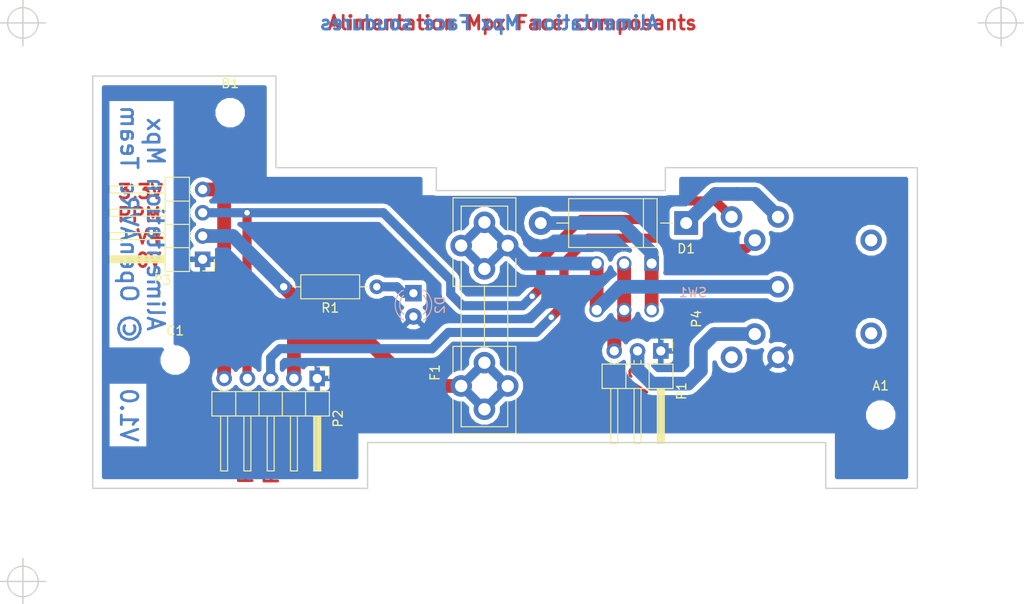
<source format=kicad_pcb>
(kicad_pcb (version 4) (host pcbnew 4.0.7)

  (general
    (links 27)
    (no_connects 0)
    (area 99.924999 69.924999 190.075001 115.075001)
    (thickness 1.6)
    (drawings 66)
    (tracks 91)
    (zones 0)
    (modules 12)
    (nets 12)
  )

  (page A4)
  (title_block
    (title "MPX Alimentation")
    (date 2017-12-11)
    (rev v1.0)
    (company "© OpenAVRc Team")
  )

  (layers
    (0 F.Cu signal)
    (31 B.Cu signal)
    (32 B.Adhes user hide)
    (33 F.Adhes user hide)
    (34 B.Paste user hide)
    (35 F.Paste user hide)
    (36 B.SilkS user hide)
    (37 F.SilkS user hide)
    (38 B.Mask user hide)
    (39 F.Mask user hide)
    (40 Dwgs.User user hide)
    (41 Cmts.User user hide)
    (42 Eco1.User user hide)
    (43 Eco2.User user hide)
    (44 Edge.Cuts user)
    (45 Margin user hide)
    (46 B.CrtYd user hide)
    (47 F.CrtYd user hide)
    (48 B.Fab user hide)
    (49 F.Fab user hide)
  )

  (setup
    (last_trace_width 1)
    (user_trace_width 1)
    (user_trace_width 1.5)
    (user_trace_width 2)
    (trace_clearance 0.5)
    (zone_clearance 0.5)
    (zone_45_only no)
    (trace_min 1)
    (segment_width 0.2)
    (edge_width 0.15)
    (via_size 1)
    (via_drill 0.6)
    (via_min_size 1)
    (via_min_drill 0.6)
    (uvia_size 0.3)
    (uvia_drill 0.1)
    (uvias_allowed no)
    (uvia_min_size 0.2)
    (uvia_min_drill 0.1)
    (pcb_text_width 0.3)
    (pcb_text_size 1.5 1.5)
    (mod_edge_width 0.15)
    (mod_text_size 1 1)
    (mod_text_width 0.15)
    (pad_size 1.6 1.6)
    (pad_drill 1.1)
    (pad_to_mask_clearance 0.2)
    (aux_axis_origin 100 115)
    (grid_origin 100 115)
    (visible_elements 7FFFFF9F)
    (pcbplotparams
      (layerselection 0x310f0_80000001)
      (usegerberextensions false)
      (excludeedgelayer true)
      (linewidth 0.100000)
      (plotframeref false)
      (viasonmask false)
      (mode 1)
      (useauxorigin false)
      (hpglpennumber 1)
      (hpglpenspeed 20)
      (hpglpendiameter 15)
      (hpglpenoverlay 2)
      (psnegative false)
      (psa4output false)
      (plotreference true)
      (plotvalue true)
      (plotinvisibletext false)
      (padsonsilk true)
      (subtractmaskfromsilk false)
      (outputformat 1)
      (mirror false)
      (drillshape 0)
      (scaleselection 1)
      (outputdirectory Gerber))
  )

  (net 0 "")
  (net 1 "Net-(D1-Pad2)")
  (net 2 "Net-(F1-Pad1)")
  (net 3 "Net-(P1-Pad3)")
  (net 4 /VP_Em_Eleve)
  (net 5 /0V)
  (net 6 /VCC_2)
  (net 7 /PPM_Maitre)
  (net 8 /VCC_Chargeur)
  (net 9 /PPM_Eleve)
  (net 10 /3,3V)
  (net 11 "Net-(D2-Pad1)")

  (net_class Default "Ceci est la Netclass par défaut"
    (clearance 0.5)
    (trace_width 1)
    (via_dia 1)
    (via_drill 0.6)
    (uvia_dia 0.3)
    (uvia_drill 0.1)
    (add_net /0V)
    (add_net /3,3V)
    (add_net /PPM_Eleve)
    (add_net /PPM_Maitre)
    (add_net /VCC_2)
    (add_net /VCC_Chargeur)
    (add_net /VP_Em_Eleve)
    (add_net "Net-(D1-Pad2)")
    (add_net "Net-(D2-Pad1)")
    (add_net "Net-(F1-Pad1)")
    (add_net "Net-(P1-Pad3)")
  )

  (module Diodes_THT:D_DO-201_P15.24mm_Horizontal (layer F.Cu) (tedit 5A32375D) (tstamp 5A2D79B1)
    (at 164.77 86.044 180)
    (descr "D, DO-201 series, Axial, Horizontal, pin pitch=15.24mm, , length*diameter=9.53*5.21mm^2, , http://www.diodes.com/_files/packages/DO-201.pdf")
    (tags "D DO-201 series Axial Horizontal pin pitch 15.24mm  length 9.53mm diameter 5.21mm")
    (path /5A2D58EC)
    (fp_text reference D1 (at 0 -2.8 180) (layer F.SilkS)
      (effects (font (size 1 1) (thickness 0.15)))
    )
    (fp_text value DIODE (at 8.081 -1 180) (layer F.Fab)
      (effects (font (size 1 1) (thickness 0.15)))
    )
    (fp_text user %R (at 8.081 0.9 180) (layer F.Fab)
      (effects (font (size 1 1) (thickness 0.15)))
    )
    (fp_line (start 3.236 -2.605) (end 3.236 2.605) (layer F.Fab) (width 0.1))
    (fp_line (start 3.236 2.605) (end 12.766 2.605) (layer F.Fab) (width 0.1))
    (fp_line (start 12.766 2.605) (end 12.766 -2.605) (layer F.Fab) (width 0.1))
    (fp_line (start 12.766 -2.605) (end 3.236 -2.605) (layer F.Fab) (width 0.1))
    (fp_line (start 0 0) (end 2.855 0) (layer F.Fab) (width 0.1))
    (fp_line (start 15.875 0) (end 13.02 0) (layer F.Fab) (width 0.1))
    (fp_line (start 4.6655 -2.605) (end 4.6655 2.605) (layer F.Fab) (width 0.1))
    (fp_line (start 3.176 -2.665) (end 3.176 2.665) (layer F.SilkS) (width 0.12))
    (fp_line (start 3.176 2.665) (end 12.826 2.665) (layer F.SilkS) (width 0.12))
    (fp_line (start 12.826 2.665) (end 12.826 -2.665) (layer F.SilkS) (width 0.12))
    (fp_line (start 12.826 -2.665) (end 3.176 -2.665) (layer F.SilkS) (width 0.12))
    (fp_line (start 1.48 0) (end 2.795 0) (layer F.SilkS) (width 0.12))
    (fp_line (start 14.141 0) (end 12.826 0) (layer F.SilkS) (width 0.12))
    (fp_line (start 4.6655 -2.665) (end 4.6655 2.665) (layer F.SilkS) (width 0.12))
    (fp_line (start -1.55 -2.95) (end -1.55 2.95) (layer F.CrtYd) (width 0.05))
    (fp_line (start -1.55 2.95) (end 16.8 2.95) (layer F.CrtYd) (width 0.05))
    (fp_line (start 16.8 2.95) (end 16.8 -2.95) (layer F.CrtYd) (width 0.05))
    (fp_line (start 16.8 -2.95) (end -1.55 -2.95) (layer F.CrtYd) (width 0.05))
    (pad 1 thru_hole rect (at 0 0 180) (size 2.6 2.6) (drill 1.3) (layers *.Cu *.Mask)
      (net 8 /VCC_Chargeur))
    (pad 2 thru_hole oval (at 15.875 0 180) (size 2.6 2.6) (drill 1.3) (layers *.Cu *.Mask)
      (net 1 "Net-(D1-Pad2)"))
    (model "../../../Program Files/KiCad/share/kicad/modules/packages3d/Diodes_THT.3dshapes/D_DO-27_P12.70mm_Horizontal.wrl"
      (at (xyz 0 0 0))
      (scale (xyz 0.47 0.47 0.47))
      (rotate (xyz 0 0 0))
    )
  )

  (module SW_CuK_JS202011CQN_DPDT_Straight (layer B.Cu) (tedit 5B6943E6) (tstamp 5A3705A1)
    (at 158 93 180)
    (descr "CuK sub miniature slide switch, JS series, DPDT, right angle, http://www.ckswitches.com/media/1422/js.pdf")
    (tags "switch DPDT")
    (path /5A2D9F38)
    (fp_text reference SW1 (at -7.5 -0.63 180) (layer B.SilkS)
      (effects (font (size 1 1) (thickness 0.15)) (justify mirror))
    )
    (fp_text value DUAL_SWITCH_INV (at -0.2 -5.13 180) (layer B.Fab)
      (effects (font (size 1 1) (thickness 0.15)) (justify mirror))
    )
    (fp_line (start -4.5 -3.81) (end -4.5 3.81) (layer B.CrtYd) (width 0.12))
    (fp_line (start -4.5 3.81) (end 4.5 3.81) (layer B.CrtYd) (width 0.12))
    (fp_line (start 4.5 3.81) (end 4.5 -3.81) (layer B.CrtYd) (width 0.12))
    (fp_line (start -4.5 -3.81) (end -4.5 3.81) (layer B.Fab) (width 0.12))
    (fp_line (start -4.5 3.81) (end 4.5 3.81) (layer B.Fab) (width 0.12))
    (fp_line (start 4.5 3.81) (end 4.5 -3.81) (layer B.Fab) (width 0.12))
    (fp_line (start -4.524 -3.81) (end 4.493 -3.81) (layer B.Fab) (width 0.12))
    (fp_line (start -4.5 -3.81) (end 4.5 -3.81) (layer B.CrtYd) (width 0.12))
    (fp_line (start -4.5 -3.81) (end 4.5 -3.81) (layer B.Fab) (width 0.12))
    (fp_text user %R (at -1 -0.38 180) (layer B.Fab)
      (effects (font (size 1 1) (thickness 0.15)) (justify mirror))
    )
    (pad 1 thru_hole rect (at -3 2.54 180) (size 1.6 1.6) (drill 1.1) (layers *.Cu *.Mask)
      (net 1 "Net-(D1-Pad2)"))
    (pad 2 thru_hole circle (at 0 2.54 180) (size 1.6 1.6) (drill 1.1) (layers *.Cu *.Mask)
      (net 3 "Net-(P1-Pad3)"))
    (pad 3 thru_hole circle (at 3 2.54 180) (size 1.6 1.6) (drill 1.1) (layers *.Cu *.Mask)
      (net 4 /VP_Em_Eleve))
    (pad 4 thru_hole circle (at -3 -2.54 180) (size 1.6 1.6) (drill 1.1) (layers *.Cu *.Mask)
      (net 1 "Net-(D1-Pad2)"))
    (pad 5 thru_hole circle (at 0 -2.54 180) (size 1.6 1.6) (drill 1.1) (layers *.Cu *.Mask)
      (net 3 "Net-(P1-Pad3)"))
    (pad 6 thru_hole circle (at 3 -2.54 180) (size 1.6 1.6) (drill 1.1) (layers *.Cu *.Mask)
      (net 4 /VP_Em_Eleve))
    (model "../../../Program Files/KiCad/share/kicad/modules/packages3d/Buttons_Switches_THT.3dshapes/SW_CuK_JS202011CQN_DPDT_Straight.wrl"
      (at (xyz 0 0 0))
      (scale (xyz 1.2 1.2 1))
      (rotate (xyz 0 0 0))
    )
  )

  (module R_Axial_DIN0207_L6.3mm_D2.5mm_P10.16mm_Horizontal (layer F.Cu) (tedit 5A2FACFF) (tstamp 5A3146DA)
    (at 131 93 180)
    (descr "Resistor, Axial_DIN0207 series, Axial, Horizontal, pin pitch=10.16mm, 0.25W = 1/4W, length*diameter=6.3*2.5mm^2, http://cdn-reichelt.de/documents/datenblatt/B400/1_4W%23YAG.pdf")
    (tags "Resistor Axial_DIN0207 series Axial Horizontal pin pitch 10.16mm 0.25W = 1/4W length 6.3mm diameter 2.5mm")
    (path /5A2D5BEA)
    (fp_text reference R1 (at 5.08 -2.31 180) (layer F.SilkS)
      (effects (font (size 1 1) (thickness 0.15)))
    )
    (fp_text value R (at 5.02 -0.065 180) (layer F.Fab)
      (effects (font (size 1 1) (thickness 0.15)))
    )
    (fp_line (start 1.93 -1.25) (end 1.93 1.25) (layer F.Fab) (width 0.1))
    (fp_line (start 1.93 1.25) (end 8.23 1.25) (layer F.Fab) (width 0.1))
    (fp_line (start 8.23 1.25) (end 8.23 -1.25) (layer F.Fab) (width 0.1))
    (fp_line (start 8.23 -1.25) (end 1.93 -1.25) (layer F.Fab) (width 0.1))
    (fp_line (start 0 0) (end 1.93 0) (layer F.Fab) (width 0.1))
    (fp_line (start 10.16 0) (end 8.23 0) (layer F.Fab) (width 0.1))
    (fp_line (start 1.87 -1.31) (end 1.87 1.31) (layer F.SilkS) (width 0.12))
    (fp_line (start 1.87 1.31) (end 8.29 1.31) (layer F.SilkS) (width 0.12))
    (fp_line (start 8.29 1.31) (end 8.29 -1.31) (layer F.SilkS) (width 0.12))
    (fp_line (start 8.29 -1.31) (end 1.87 -1.31) (layer F.SilkS) (width 0.12))
    (fp_line (start 0.98 0) (end 1.87 0) (layer F.SilkS) (width 0.12))
    (fp_line (start 9.18 0) (end 8.29 0) (layer F.SilkS) (width 0.12))
    (fp_line (start -1.05 -1.6) (end -1.05 1.6) (layer F.CrtYd) (width 0.05))
    (fp_line (start -1.05 1.6) (end 11.25 1.6) (layer F.CrtYd) (width 0.05))
    (fp_line (start 11.25 1.6) (end 11.25 -1.6) (layer F.CrtYd) (width 0.05))
    (fp_line (start 11.25 -1.6) (end -1.05 -1.6) (layer F.CrtYd) (width 0.05))
    (pad 1 thru_hole circle (at 0 0 180) (size 1.6 1.6) (drill 0.8) (layers *.Cu *.Mask)
      (net 11 "Net-(D2-Pad1)"))
    (pad 2 thru_hole oval (at 10.16 0 180) (size 1.6 1.6) (drill 0.8) (layers *.Cu *.Mask)
      (net 2 "Net-(F1-Pad1)"))
    (model "../../../Program Files/KiCad/share/kicad/modules/packages3d/Resistors_THT.3dshapes/R_Axial_DIN0207_L6.3mm_D2.5mm_P7.62mm_Horizontal.wrl"
      (at (xyz 0 0 0))
      (scale (xyz 0.52 0.5 0.5))
      (rotate (xyz 0 0 0))
    )
  )

  (module Fuseholder5x20_horiz_open_universal_Type-III (layer F.Cu) (tedit 5A2FAD2B) (tstamp 5A3147A7)
    (at 142.752 106.364 90)
    (descr "Fuseholder, 5x20, open, horizontal, Type-III, universal, inline, lateral,")
    (tags "Fuseholder 5x20 open horizontal Type-III universal inline lateral Sicherungshalter offen ")
    (path /5A2D59C9)
    (fp_text reference F1 (at 4 -5.4 90) (layer F.SilkS)
      (effects (font (size 1 1) (thickness 0.15)))
    )
    (fp_text value FUSE (at 10.3 0.3 180) (layer F.Fab)
      (effects (font (size 1 1) (thickness 0.15)))
    )
    (fp_line (start 2.55 0) (end 17.9 0) (layer F.Fab) (width 0.1))
    (fp_line (start -1.9 -2.55) (end 22.2 -2.55) (layer F.Fab) (width 0.1))
    (fp_line (start 22.2 -2.55) (end 22.2 2.55) (layer F.Fab) (width 0.1))
    (fp_line (start 22.2 2.55) (end -1.9 2.55) (layer F.Fab) (width 0.1))
    (fp_line (start -1.9 2.55) (end -1.9 -2.5) (layer F.Fab) (width 0.1))
    (fp_line (start 13.5 -3.35) (end 13.5 3.35) (layer F.Fab) (width 0.1))
    (fp_line (start 13.5 3.35) (end 23.05 3.35) (layer F.Fab) (width 0.1))
    (fp_line (start 23.05 3.35) (end 23.05 -3.3) (layer F.Fab) (width 0.1))
    (fp_line (start 23.05 -3.3) (end 13.5 -3.35) (layer F.Fab) (width 0.1))
    (fp_line (start -2.6 -3.35) (end 6.75 -3.35) (layer F.Fab) (width 0.1))
    (fp_line (start 6.75 -3.35) (end 6.75 3.35) (layer F.Fab) (width 0.1))
    (fp_line (start 6.75 3.35) (end -2.6 3.35) (layer F.Fab) (width 0.1))
    (fp_line (start -2.6 3.35) (end -2.6 -3.35) (layer F.Fab) (width 0.1))
    (fp_line (start 6.95 0) (end 13.45 0) (layer F.SilkS) (width 0.12))
    (fp_line (start 6.86 3.43) (end 3.94 3.43) (layer F.SilkS) (width 0.12))
    (fp_line (start -2.67 3.43) (end 1.14 3.43) (layer F.SilkS) (width 0.12))
    (fp_line (start -1.9 2.54) (end 0.89 2.54) (layer F.SilkS) (width 0.12))
    (fp_line (start 6.86 2.54) (end 4.19 2.54) (layer F.SilkS) (width 0.12))
    (fp_line (start -2.67 -3.43) (end 1.14 -3.43) (layer F.SilkS) (width 0.12))
    (fp_line (start -1.9 -2.54) (end 0.89 -2.54) (layer F.SilkS) (width 0.12))
    (fp_line (start 6.86 -3.43) (end 3.94 -3.43) (layer F.SilkS) (width 0.12))
    (fp_line (start 6.86 -2.54) (end 4.19 -2.54) (layer F.SilkS) (width 0.12))
    (fp_line (start 13.41 -3.43) (end 16.46 -3.43) (layer F.SilkS) (width 0.12))
    (fp_line (start 13.41 -2.54) (end 16.21 -2.54) (layer F.SilkS) (width 0.12))
    (fp_line (start 13.41 2.54) (end 16.21 2.54) (layer F.SilkS) (width 0.12))
    (fp_line (start 13.41 3.43) (end 16.46 3.43) (layer F.SilkS) (width 0.12))
    (fp_line (start 23.07 3.43) (end 19.26 3.43) (layer F.SilkS) (width 0.12))
    (fp_line (start 22.18 2.54) (end 19.51 2.54) (layer F.SilkS) (width 0.12))
    (fp_line (start 23.07 -3.43) (end 19.26 -3.43) (layer F.SilkS) (width 0.12))
    (fp_line (start 22.18 -2.54) (end 19.51 -2.54) (layer F.SilkS) (width 0.12))
    (fp_line (start 23.07 -3.43) (end 23.07 3.43) (layer F.SilkS) (width 0.12))
    (fp_line (start 13.41 3.43) (end 13.41 2.54) (layer F.SilkS) (width 0.12))
    (fp_line (start 13.41 -3.43) (end 13.41 -2.54) (layer F.SilkS) (width 0.12))
    (fp_line (start -2.67 -3.43) (end -2.67 3.43) (layer F.SilkS) (width 0.12))
    (fp_line (start 6.86 3.43) (end 6.86 2.54) (layer F.SilkS) (width 0.12))
    (fp_line (start 6.86 -3.43) (end 6.86 -2.41) (layer F.SilkS) (width 0.12))
    (fp_line (start 15.91 2.54) (end 4.23 2.54) (layer F.SilkS) (width 0.12))
    (fp_line (start 4.36 -2.54) (end 15.91 -2.54) (layer F.SilkS) (width 0.12))
    (fp_line (start 6.86 0) (end 6.86 -2.54) (layer F.SilkS) (width 0.12))
    (fp_line (start -1.91 -2.54) (end -1.91 2.54) (layer F.SilkS) (width 0.12))
    (fp_line (start 6.86 2.54) (end 6.86 0) (layer F.SilkS) (width 0.12))
    (fp_line (start 13.41 0) (end 13.41 -2.54) (layer F.SilkS) (width 0.12))
    (fp_line (start 22.17 -2.54) (end 22.17 2.54) (layer F.SilkS) (width 0.12))
    (fp_line (start 13.41 2.54) (end 13.41 0) (layer F.SilkS) (width 0.12))
    (fp_line (start -2.85 -3.96) (end 23.3 -3.96) (layer F.CrtYd) (width 0.05))
    (fp_line (start -2.85 -3.96) (end -2.85 3.96) (layer F.CrtYd) (width 0.05))
    (fp_line (start 23.3 3.96) (end 23.3 -3.96) (layer F.CrtYd) (width 0.05))
    (fp_line (start 23.3 3.96) (end -2.85 3.96) (layer F.CrtYd) (width 0.05))
    (pad 2 thru_hole circle (at 15.32 0 90) (size 2.35 2.35) (drill 1.35) (layers *.Cu *.Mask)
      (net 4 /VP_Em_Eleve))
    (pad 2 thru_hole circle (at 20.4 0 90) (size 2.35 2.35) (drill 1.35) (layers *.Cu *.Mask)
      (net 4 /VP_Em_Eleve))
    (pad 1 thru_hole circle (at 5.08 0 90) (size 2.35 2.35) (drill 1.35) (layers *.Cu *.Mask)
      (net 2 "Net-(F1-Pad1)"))
    (pad 1 thru_hole circle (at 0 0 90) (size 2.35 2.35) (drill 1.35) (layers *.Cu *.Mask)
      (net 2 "Net-(F1-Pad1)"))
    (pad 2 thru_hole circle (at 17.86 -2.54 90) (size 2.35 2.35) (drill 1.35) (layers *.Cu *.Mask)
      (net 4 /VP_Em_Eleve))
    (pad 2 thru_hole circle (at 17.86 2.54 90) (size 2.35 2.35) (drill 1.35) (layers *.Cu *.Mask)
      (net 4 /VP_Em_Eleve))
    (pad 1 thru_hole circle (at 2.54 -2.54 90) (size 2.35 2.35) (drill 1.35) (layers *.Cu *.Mask)
      (net 2 "Net-(F1-Pad1)"))
    (pad 1 thru_hole circle (at 2.54 2.54 90) (size 2.35 2.35) (drill 1.35) (layers *.Cu *.Mask)
      (net 2 "Net-(F1-Pad1)"))
  )

  (module Embase_Din8_Mpx (layer F.Cu) (tedit 5A2FAD43) (tstamp 5A370A54)
    (at 174.8 93 270)
    (descr "Fuseholder, 5x20, open, horizontal, Type-III, universal, inline, lateral,")
    (tags "Fuseholder 5x20 open horizontal Type-III universal inline lateral Sicherungshalter offen ")
    (path /5A2EBC62)
    (fp_text reference P4 (at 3.5 8.9 270) (layer F.SilkS)
      (effects (font (size 1 1) (thickness 0.15)))
    )
    (fp_text value CONN_01X07 (at 0.5 9.5 270) (layer F.Fab)
      (effects (font (size 1 1) (thickness 0.15)))
    )
    (fp_text user %R (at -1 -4.2 360) (layer F.Fab)
      (effects (font (size 1 1) (thickness 0.15)))
    )
    (fp_line (start -10.795 8.255) (end 10.795 8.255) (layer F.CrtYd) (width 0.12))
    (fp_line (start 10.795 8.255) (end 10.795 -17.145) (layer F.CrtYd) (width 0.12))
    (fp_line (start 10.795 -17.145) (end -10.795 -17.145) (layer F.CrtYd) (width 0.12))
    (fp_line (start -10.795 -17.145) (end -10.795 8.255) (layer F.CrtYd) (width 0.12))
    (fp_line (start -10.16 7.62) (end 10.16 7.62) (layer F.Fab) (width 0.12))
    (fp_line (start 10.16 7.62) (end 10.16 -16.51) (layer F.Fab) (width 0.12))
    (fp_line (start 10.16 -16.51) (end -10.16 -16.51) (layer F.Fab) (width 0.12))
    (fp_line (start -10.16 -16.51) (end -10.16 7.62) (layer F.Fab) (width 0.12))
    (pad "" thru_hole circle (at 5.08 -10.16 270) (size 2.35 2.35) (drill 1.35) (layers *.Cu *.Mask))
    (pad "" thru_hole circle (at -5.08 -10.16 270) (size 2.35 2.35) (drill 1.35) (layers *.Cu *.Mask))
    (pad 5 thru_hole circle (at 5.16 2.54 270) (size 2.35 2.35) (drill 1.35) (layers *.Cu *.Mask)
      (net 6 /VCC_2))
    (pad 2 thru_hole circle (at 0 0 270) (size 2.35 2.35) (drill 1.35) (layers *.Cu *.Mask)
      (net 4 /VP_Em_Eleve))
    (pad 4 thru_hole circle (at -5.08 2.54 270) (size 2.35 2.35) (drill 1.35) (layers *.Cu *.Mask)
      (net 9 /PPM_Eleve))
    (pad 3 thru_hole circle (at 7.7 0 270) (size 2.35 2.35) (drill 1.35) (layers *.Cu *.Mask)
      (net 5 /0V))
    (pad 7 thru_hole circle (at 7.7 5.08 270) (size 2.35 2.35) (drill 1.35) (layers *.Cu *.Mask))
    (pad 1 thru_hole circle (at -7.62 0 270) (size 2.35 2.35) (drill 1.35) (layers *.Cu *.Mask)
      (net 8 /VCC_Chargeur))
    (pad 6 thru_hole circle (at -7.62 5.08 270) (size 2.35 2.35) (drill 1.35) (layers *.Cu *.Mask)
      (net 7 /PPM_Maitre))
  )

  (module LED_D3.0mm (layer B.Cu) (tedit 5A2FAD2F) (tstamp 5A3144BA)
    (at 135 93.7 270)
    (descr "LED, diameter 3.0mm, 2 pins")
    (tags "LED diameter 3.0mm 2 pins")
    (path /5A2D5B58)
    (fp_text reference D2 (at 1.3 -2.9 270) (layer B.SilkS)
      (effects (font (size 1 1) (thickness 0.15)) (justify mirror))
    )
    (fp_text value LED (at 4.599 0.005 540) (layer B.Fab)
      (effects (font (size 1 1) (thickness 0.15)) (justify mirror))
    )
    (fp_arc (start 1.27 0) (end -0.23 1.16619) (angle -284.3) (layer B.Fab) (width 0.1))
    (fp_arc (start 1.27 0) (end -0.29 1.235516) (angle -108.8) (layer B.SilkS) (width 0.12))
    (fp_arc (start 1.27 0) (end -0.29 -1.235516) (angle 108.8) (layer B.SilkS) (width 0.12))
    (fp_arc (start 1.27 0) (end 0.229039 1.08) (angle -87.9) (layer B.SilkS) (width 0.12))
    (fp_arc (start 1.27 0) (end 0.229039 -1.08) (angle 87.9) (layer B.SilkS) (width 0.12))
    (fp_circle (center 1.27 0) (end 2.77 0) (layer B.Fab) (width 0.1))
    (fp_line (start -0.23 1.16619) (end -0.23 -1.16619) (layer B.Fab) (width 0.1))
    (fp_line (start -0.29 1.236) (end -0.29 1.08) (layer B.SilkS) (width 0.12))
    (fp_line (start -0.29 -1.08) (end -0.29 -1.236) (layer B.SilkS) (width 0.12))
    (fp_line (start -1.15 2.25) (end -1.15 -2.25) (layer B.CrtYd) (width 0.05))
    (fp_line (start -1.15 -2.25) (end 3.7 -2.25) (layer B.CrtYd) (width 0.05))
    (fp_line (start 3.7 -2.25) (end 3.7 2.25) (layer B.CrtYd) (width 0.05))
    (fp_line (start 3.7 2.25) (end -1.15 2.25) (layer B.CrtYd) (width 0.05))
    (pad 1 thru_hole rect (at 0 0 270) (size 1.8 1.8) (drill 0.9) (layers *.Cu *.Mask)
      (net 11 "Net-(D2-Pad1)"))
    (pad 2 thru_hole circle (at 2.54 0 270) (size 1.8 1.8) (drill 0.9) (layers *.Cu *.Mask)
      (net 5 /0V))
    (model "../../../Program Files/KiCad/share/kicad/modules/packages3d/LEDs.3dshapes/LED_D3.0mm.wrl"
      (at (xyz 0 0 0))
      (scale (xyz 0.4 0.4 0.4))
      (rotate (xyz 0 0 0))
    )
  )

  (module Pin_Header_Angled_1x03_Pitch2.54mm (layer F.Cu) (tedit 5A2FAD22) (tstamp 5A314B4C)
    (at 162 100 270)
    (descr "Through hole angled pin header, 1x03, 2.54mm pitch, 6mm pin length, single row")
    (tags "Through hole angled pin header THT 1x03 2.54mm single row")
    (path /5A2D6CAD)
    (fp_text reference P1 (at 4.385 -2.27 270) (layer F.SilkS)
      (effects (font (size 1 1) (thickness 0.15)))
    )
    (fp_text value CONN_01X03 (at 4.4 8.3 270) (layer F.Fab)
      (effects (font (size 1 1) (thickness 0.15)))
    )
    (fp_line (start 2.135 -1.27) (end 4.04 -1.27) (layer F.Fab) (width 0.1))
    (fp_line (start 4.04 -1.27) (end 4.04 6.35) (layer F.Fab) (width 0.1))
    (fp_line (start 4.04 6.35) (end 1.5 6.35) (layer F.Fab) (width 0.1))
    (fp_line (start 1.5 6.35) (end 1.5 -0.635) (layer F.Fab) (width 0.1))
    (fp_line (start 1.5 -0.635) (end 2.135 -1.27) (layer F.Fab) (width 0.1))
    (fp_line (start -0.32 -0.32) (end 1.5 -0.32) (layer F.Fab) (width 0.1))
    (fp_line (start -0.32 -0.32) (end -0.32 0.32) (layer F.Fab) (width 0.1))
    (fp_line (start -0.32 0.32) (end 1.5 0.32) (layer F.Fab) (width 0.1))
    (fp_line (start 4.04 -0.32) (end 10.04 -0.32) (layer F.Fab) (width 0.1))
    (fp_line (start 10.04 -0.32) (end 10.04 0.32) (layer F.Fab) (width 0.1))
    (fp_line (start 4.04 0.32) (end 10.04 0.32) (layer F.Fab) (width 0.1))
    (fp_line (start -0.32 2.22) (end 1.5 2.22) (layer F.Fab) (width 0.1))
    (fp_line (start -0.32 2.22) (end -0.32 2.86) (layer F.Fab) (width 0.1))
    (fp_line (start -0.32 2.86) (end 1.5 2.86) (layer F.Fab) (width 0.1))
    (fp_line (start 4.04 2.22) (end 10.04 2.22) (layer F.Fab) (width 0.1))
    (fp_line (start 10.04 2.22) (end 10.04 2.86) (layer F.Fab) (width 0.1))
    (fp_line (start 4.04 2.86) (end 10.04 2.86) (layer F.Fab) (width 0.1))
    (fp_line (start -0.32 4.76) (end 1.5 4.76) (layer F.Fab) (width 0.1))
    (fp_line (start -0.32 4.76) (end -0.32 5.4) (layer F.Fab) (width 0.1))
    (fp_line (start -0.32 5.4) (end 1.5 5.4) (layer F.Fab) (width 0.1))
    (fp_line (start 4.04 4.76) (end 10.04 4.76) (layer F.Fab) (width 0.1))
    (fp_line (start 10.04 4.76) (end 10.04 5.4) (layer F.Fab) (width 0.1))
    (fp_line (start 4.04 5.4) (end 10.04 5.4) (layer F.Fab) (width 0.1))
    (fp_line (start 1.44 -1.33) (end 1.44 6.41) (layer F.SilkS) (width 0.12))
    (fp_line (start 1.44 6.41) (end 4.1 6.41) (layer F.SilkS) (width 0.12))
    (fp_line (start 4.1 6.41) (end 4.1 -1.33) (layer F.SilkS) (width 0.12))
    (fp_line (start 4.1 -1.33) (end 1.44 -1.33) (layer F.SilkS) (width 0.12))
    (fp_line (start 4.1 -0.38) (end 10.1 -0.38) (layer F.SilkS) (width 0.12))
    (fp_line (start 10.1 -0.38) (end 10.1 0.38) (layer F.SilkS) (width 0.12))
    (fp_line (start 10.1 0.38) (end 4.1 0.38) (layer F.SilkS) (width 0.12))
    (fp_line (start 4.1 -0.32) (end 10.1 -0.32) (layer F.SilkS) (width 0.12))
    (fp_line (start 4.1 -0.2) (end 10.1 -0.2) (layer F.SilkS) (width 0.12))
    (fp_line (start 4.1 -0.08) (end 10.1 -0.08) (layer F.SilkS) (width 0.12))
    (fp_line (start 4.1 0.04) (end 10.1 0.04) (layer F.SilkS) (width 0.12))
    (fp_line (start 4.1 0.16) (end 10.1 0.16) (layer F.SilkS) (width 0.12))
    (fp_line (start 4.1 0.28) (end 10.1 0.28) (layer F.SilkS) (width 0.12))
    (fp_line (start 1.11 -0.38) (end 1.44 -0.38) (layer F.SilkS) (width 0.12))
    (fp_line (start 1.11 0.38) (end 1.44 0.38) (layer F.SilkS) (width 0.12))
    (fp_line (start 1.44 1.27) (end 4.1 1.27) (layer F.SilkS) (width 0.12))
    (fp_line (start 4.1 2.16) (end 10.1 2.16) (layer F.SilkS) (width 0.12))
    (fp_line (start 10.1 2.16) (end 10.1 2.92) (layer F.SilkS) (width 0.12))
    (fp_line (start 10.1 2.92) (end 4.1 2.92) (layer F.SilkS) (width 0.12))
    (fp_line (start 1.042929 2.16) (end 1.44 2.16) (layer F.SilkS) (width 0.12))
    (fp_line (start 1.042929 2.92) (end 1.44 2.92) (layer F.SilkS) (width 0.12))
    (fp_line (start 1.44 3.81) (end 4.1 3.81) (layer F.SilkS) (width 0.12))
    (fp_line (start 4.1 4.7) (end 10.1 4.7) (layer F.SilkS) (width 0.12))
    (fp_line (start 10.1 4.7) (end 10.1 5.46) (layer F.SilkS) (width 0.12))
    (fp_line (start 10.1 5.46) (end 4.1 5.46) (layer F.SilkS) (width 0.12))
    (fp_line (start 1.042929 4.7) (end 1.44 4.7) (layer F.SilkS) (width 0.12))
    (fp_line (start 1.042929 5.46) (end 1.44 5.46) (layer F.SilkS) (width 0.12))
    (fp_line (start -1.27 0) (end -1.27 -1.27) (layer F.SilkS) (width 0.12))
    (fp_line (start -1.27 -1.27) (end 0 -1.27) (layer F.SilkS) (width 0.12))
    (fp_line (start -1.8 -1.8) (end -1.8 6.85) (layer F.CrtYd) (width 0.05))
    (fp_line (start -1.8 6.85) (end 10.55 6.85) (layer F.CrtYd) (width 0.05))
    (fp_line (start 10.55 6.85) (end 10.55 -1.8) (layer F.CrtYd) (width 0.05))
    (fp_line (start 10.55 -1.8) (end -1.8 -1.8) (layer F.CrtYd) (width 0.05))
    (fp_text user %R (at 2.77 2.54 360) (layer F.Fab)
      (effects (font (size 1 1) (thickness 0.15)))
    )
    (pad 1 thru_hole rect (at 0 0 270) (size 1.7 1.7) (drill 1) (layers *.Cu *.Mask)
      (net 5 /0V))
    (pad 2 thru_hole oval (at 0 2.54 270) (size 1.7 1.7) (drill 1) (layers *.Cu *.Mask)
      (net 6 /VCC_2))
    (pad 3 thru_hole oval (at 0 5.08 270) (size 1.7 1.7) (drill 1) (layers *.Cu *.Mask)
      (net 3 "Net-(P1-Pad3)"))
    (model "../../../Program Files/KiCad/share/kicad/modules/packages3d/Pin_Headers.3dshapes/Pin_Header_Angled_1x03_Pitch2.54mm.wrl"
      (at (xyz 0 0 0))
      (scale (xyz 1 1 1))
      (rotate (xyz 0 0 0))
    )
  )

  (module Pin_Header_Angled_1x05_Pitch2.54mm (layer F.Cu) (tedit 5A2FAD1B) (tstamp 5A314B8B)
    (at 124.5 103 270)
    (descr "Through hole angled pin header, 1x05, 2.54mm pitch, 6mm pin length, single row")
    (tags "Through hole angled pin header THT 1x05 2.54mm single row")
    (path /5A2D743B)
    (fp_text reference P2 (at 4.385 -2.27 270) (layer F.SilkS)
      (effects (font (size 1 1) (thickness 0.15)))
    )
    (fp_text value CONN_01X05 (at -2.6 5.3 360) (layer F.Fab)
      (effects (font (size 1 1) (thickness 0.15)))
    )
    (fp_line (start 2.135 -1.27) (end 4.04 -1.27) (layer F.Fab) (width 0.1))
    (fp_line (start 4.04 -1.27) (end 4.04 11.43) (layer F.Fab) (width 0.1))
    (fp_line (start 4.04 11.43) (end 1.5 11.43) (layer F.Fab) (width 0.1))
    (fp_line (start 1.5 11.43) (end 1.5 -0.635) (layer F.Fab) (width 0.1))
    (fp_line (start 1.5 -0.635) (end 2.135 -1.27) (layer F.Fab) (width 0.1))
    (fp_line (start -0.32 -0.32) (end 1.5 -0.32) (layer F.Fab) (width 0.1))
    (fp_line (start -0.32 -0.32) (end -0.32 0.32) (layer F.Fab) (width 0.1))
    (fp_line (start -0.32 0.32) (end 1.5 0.32) (layer F.Fab) (width 0.1))
    (fp_line (start 4.04 -0.32) (end 10.04 -0.32) (layer F.Fab) (width 0.1))
    (fp_line (start 10.04 -0.32) (end 10.04 0.32) (layer F.Fab) (width 0.1))
    (fp_line (start 4.04 0.32) (end 10.04 0.32) (layer F.Fab) (width 0.1))
    (fp_line (start -0.32 2.22) (end 1.5 2.22) (layer F.Fab) (width 0.1))
    (fp_line (start -0.32 2.22) (end -0.32 2.86) (layer F.Fab) (width 0.1))
    (fp_line (start -0.32 2.86) (end 1.5 2.86) (layer F.Fab) (width 0.1))
    (fp_line (start 4.04 2.22) (end 10.04 2.22) (layer F.Fab) (width 0.1))
    (fp_line (start 10.04 2.22) (end 10.04 2.86) (layer F.Fab) (width 0.1))
    (fp_line (start 4.04 2.86) (end 10.04 2.86) (layer F.Fab) (width 0.1))
    (fp_line (start -0.32 4.76) (end 1.5 4.76) (layer F.Fab) (width 0.1))
    (fp_line (start -0.32 4.76) (end -0.32 5.4) (layer F.Fab) (width 0.1))
    (fp_line (start -0.32 5.4) (end 1.5 5.4) (layer F.Fab) (width 0.1))
    (fp_line (start 4.04 4.76) (end 10.04 4.76) (layer F.Fab) (width 0.1))
    (fp_line (start 10.04 4.76) (end 10.04 5.4) (layer F.Fab) (width 0.1))
    (fp_line (start 4.04 5.4) (end 10.04 5.4) (layer F.Fab) (width 0.1))
    (fp_line (start -0.32 7.3) (end 1.5 7.3) (layer F.Fab) (width 0.1))
    (fp_line (start -0.32 7.3) (end -0.32 7.94) (layer F.Fab) (width 0.1))
    (fp_line (start -0.32 7.94) (end 1.5 7.94) (layer F.Fab) (width 0.1))
    (fp_line (start 4.04 7.3) (end 10.04 7.3) (layer F.Fab) (width 0.1))
    (fp_line (start 10.04 7.3) (end 10.04 7.94) (layer F.Fab) (width 0.1))
    (fp_line (start 4.04 7.94) (end 10.04 7.94) (layer F.Fab) (width 0.1))
    (fp_line (start -0.32 9.84) (end 1.5 9.84) (layer F.Fab) (width 0.1))
    (fp_line (start -0.32 9.84) (end -0.32 10.48) (layer F.Fab) (width 0.1))
    (fp_line (start -0.32 10.48) (end 1.5 10.48) (layer F.Fab) (width 0.1))
    (fp_line (start 4.04 9.84) (end 10.04 9.84) (layer F.Fab) (width 0.1))
    (fp_line (start 10.04 9.84) (end 10.04 10.48) (layer F.Fab) (width 0.1))
    (fp_line (start 4.04 10.48) (end 10.04 10.48) (layer F.Fab) (width 0.1))
    (fp_line (start 1.44 -1.33) (end 1.44 11.49) (layer F.SilkS) (width 0.12))
    (fp_line (start 1.44 11.49) (end 4.1 11.49) (layer F.SilkS) (width 0.12))
    (fp_line (start 4.1 11.49) (end 4.1 -1.33) (layer F.SilkS) (width 0.12))
    (fp_line (start 4.1 -1.33) (end 1.44 -1.33) (layer F.SilkS) (width 0.12))
    (fp_line (start 4.1 -0.38) (end 10.1 -0.38) (layer F.SilkS) (width 0.12))
    (fp_line (start 10.1 -0.38) (end 10.1 0.38) (layer F.SilkS) (width 0.12))
    (fp_line (start 10.1 0.38) (end 4.1 0.38) (layer F.SilkS) (width 0.12))
    (fp_line (start 4.1 -0.32) (end 10.1 -0.32) (layer F.SilkS) (width 0.12))
    (fp_line (start 4.1 -0.2) (end 10.1 -0.2) (layer F.SilkS) (width 0.12))
    (fp_line (start 4.1 -0.08) (end 10.1 -0.08) (layer F.SilkS) (width 0.12))
    (fp_line (start 4.1 0.04) (end 10.1 0.04) (layer F.SilkS) (width 0.12))
    (fp_line (start 4.1 0.16) (end 10.1 0.16) (layer F.SilkS) (width 0.12))
    (fp_line (start 4.1 0.28) (end 10.1 0.28) (layer F.SilkS) (width 0.12))
    (fp_line (start 1.11 -0.38) (end 1.44 -0.38) (layer F.SilkS) (width 0.12))
    (fp_line (start 1.11 0.38) (end 1.44 0.38) (layer F.SilkS) (width 0.12))
    (fp_line (start 1.44 1.27) (end 4.1 1.27) (layer F.SilkS) (width 0.12))
    (fp_line (start 4.1 2.16) (end 10.1 2.16) (layer F.SilkS) (width 0.12))
    (fp_line (start 10.1 2.16) (end 10.1 2.92) (layer F.SilkS) (width 0.12))
    (fp_line (start 10.1 2.92) (end 4.1 2.92) (layer F.SilkS) (width 0.12))
    (fp_line (start 1.042929 2.16) (end 1.44 2.16) (layer F.SilkS) (width 0.12))
    (fp_line (start 1.042929 2.92) (end 1.44 2.92) (layer F.SilkS) (width 0.12))
    (fp_line (start 1.44 3.81) (end 4.1 3.81) (layer F.SilkS) (width 0.12))
    (fp_line (start 4.1 4.7) (end 10.1 4.7) (layer F.SilkS) (width 0.12))
    (fp_line (start 10.1 4.7) (end 10.1 5.46) (layer F.SilkS) (width 0.12))
    (fp_line (start 10.1 5.46) (end 4.1 5.46) (layer F.SilkS) (width 0.12))
    (fp_line (start 1.042929 4.7) (end 1.44 4.7) (layer F.SilkS) (width 0.12))
    (fp_line (start 1.042929 5.46) (end 1.44 5.46) (layer F.SilkS) (width 0.12))
    (fp_line (start 1.44 6.35) (end 4.1 6.35) (layer F.SilkS) (width 0.12))
    (fp_line (start 4.1 7.24) (end 10.1 7.24) (layer F.SilkS) (width 0.12))
    (fp_line (start 10.1 7.24) (end 10.1 8) (layer F.SilkS) (width 0.12))
    (fp_line (start 10.1 8) (end 4.1 8) (layer F.SilkS) (width 0.12))
    (fp_line (start 1.042929 7.24) (end 1.44 7.24) (layer F.SilkS) (width 0.12))
    (fp_line (start 1.042929 8) (end 1.44 8) (layer F.SilkS) (width 0.12))
    (fp_line (start 1.44 8.89) (end 4.1 8.89) (layer F.SilkS) (width 0.12))
    (fp_line (start 4.1 9.78) (end 10.1 9.78) (layer F.SilkS) (width 0.12))
    (fp_line (start 10.1 9.78) (end 10.1 10.54) (layer F.SilkS) (width 0.12))
    (fp_line (start 10.1 10.54) (end 4.1 10.54) (layer F.SilkS) (width 0.12))
    (fp_line (start 1.042929 9.78) (end 1.44 9.78) (layer F.SilkS) (width 0.12))
    (fp_line (start 1.042929 10.54) (end 1.44 10.54) (layer F.SilkS) (width 0.12))
    (fp_line (start -1.27 0) (end -1.27 -1.27) (layer F.SilkS) (width 0.12))
    (fp_line (start -1.27 -1.27) (end 0 -1.27) (layer F.SilkS) (width 0.12))
    (fp_line (start -1.8 -1.8) (end -1.8 11.95) (layer F.CrtYd) (width 0.05))
    (fp_line (start -1.8 11.95) (end 10.55 11.95) (layer F.CrtYd) (width 0.05))
    (fp_line (start 10.55 11.95) (end 10.55 -1.8) (layer F.CrtYd) (width 0.05))
    (fp_line (start 10.55 -1.8) (end -1.8 -1.8) (layer F.CrtYd) (width 0.05))
    (fp_text user %R (at 2.77 5.08 360) (layer F.Fab)
      (effects (font (size 1 1) (thickness 0.15)))
    )
    (pad 1 thru_hole rect (at 0 0 270) (size 1.7 1.7) (drill 1) (layers *.Cu *.Mask)
      (net 5 /0V))
    (pad 2 thru_hole oval (at 0 2.54 270) (size 1.7 1.7) (drill 1) (layers *.Cu *.Mask)
      (net 2 "Net-(F1-Pad1)"))
    (pad 3 thru_hole oval (at 0 5.08 270) (size 1.7 1.7) (drill 1) (layers *.Cu *.Mask)
      (net 9 /PPM_Eleve))
    (pad 4 thru_hole oval (at 0 7.62 270) (size 1.7 1.7) (drill 1) (layers *.Cu *.Mask)
      (net 7 /PPM_Maitre))
    (pad 5 thru_hole oval (at 0 10.16 270) (size 1.7 1.7) (drill 1) (layers *.Cu *.Mask)
      (net 10 /3,3V))
    (model "../../../Program Files/KiCad/share/kicad/modules/packages3d/Pin_Headers.3dshapes/Pin_Header_Angled_1x05_Pitch2.54mm.wrl"
      (at (xyz 0 0 0))
      (scale (xyz 1 1 1))
      (rotate (xyz 0 0 0))
    )
  )

  (module Pin_Header_Angled_1x04_Pitch2.54mm (layer F.Cu) (tedit 5A2FAD20) (tstamp 5A314BE4)
    (at 112 90 180)
    (descr "Through hole angled pin header, 1x04, 2.54mm pitch, 6mm pin length, single row")
    (tags "Through hole angled pin header THT 1x04 2.54mm single row")
    (path /5A2D6D0C)
    (fp_text reference P3 (at 4.385 -2.27 180) (layer F.SilkS)
      (effects (font (size 1 1) (thickness 0.15)))
    )
    (fp_text value CONN_01X04 (at 4.2 10.5 180) (layer F.Fab)
      (effects (font (size 1 1) (thickness 0.15)))
    )
    (fp_line (start 2.135 -1.27) (end 4.04 -1.27) (layer F.Fab) (width 0.1))
    (fp_line (start 4.04 -1.27) (end 4.04 8.89) (layer F.Fab) (width 0.1))
    (fp_line (start 4.04 8.89) (end 1.5 8.89) (layer F.Fab) (width 0.1))
    (fp_line (start 1.5 8.89) (end 1.5 -0.635) (layer F.Fab) (width 0.1))
    (fp_line (start 1.5 -0.635) (end 2.135 -1.27) (layer F.Fab) (width 0.1))
    (fp_line (start -0.32 -0.32) (end 1.5 -0.32) (layer F.Fab) (width 0.1))
    (fp_line (start -0.32 -0.32) (end -0.32 0.32) (layer F.Fab) (width 0.1))
    (fp_line (start -0.32 0.32) (end 1.5 0.32) (layer F.Fab) (width 0.1))
    (fp_line (start 4.04 -0.32) (end 10.04 -0.32) (layer F.Fab) (width 0.1))
    (fp_line (start 10.04 -0.32) (end 10.04 0.32) (layer F.Fab) (width 0.1))
    (fp_line (start 4.04 0.32) (end 10.04 0.32) (layer F.Fab) (width 0.1))
    (fp_line (start -0.32 2.22) (end 1.5 2.22) (layer F.Fab) (width 0.1))
    (fp_line (start -0.32 2.22) (end -0.32 2.86) (layer F.Fab) (width 0.1))
    (fp_line (start -0.32 2.86) (end 1.5 2.86) (layer F.Fab) (width 0.1))
    (fp_line (start 4.04 2.22) (end 10.04 2.22) (layer F.Fab) (width 0.1))
    (fp_line (start 10.04 2.22) (end 10.04 2.86) (layer F.Fab) (width 0.1))
    (fp_line (start 4.04 2.86) (end 10.04 2.86) (layer F.Fab) (width 0.1))
    (fp_line (start -0.32 4.76) (end 1.5 4.76) (layer F.Fab) (width 0.1))
    (fp_line (start -0.32 4.76) (end -0.32 5.4) (layer F.Fab) (width 0.1))
    (fp_line (start -0.32 5.4) (end 1.5 5.4) (layer F.Fab) (width 0.1))
    (fp_line (start 4.04 4.76) (end 10.04 4.76) (layer F.Fab) (width 0.1))
    (fp_line (start 10.04 4.76) (end 10.04 5.4) (layer F.Fab) (width 0.1))
    (fp_line (start 4.04 5.4) (end 10.04 5.4) (layer F.Fab) (width 0.1))
    (fp_line (start -0.32 7.3) (end 1.5 7.3) (layer F.Fab) (width 0.1))
    (fp_line (start -0.32 7.3) (end -0.32 7.94) (layer F.Fab) (width 0.1))
    (fp_line (start -0.32 7.94) (end 1.5 7.94) (layer F.Fab) (width 0.1))
    (fp_line (start 4.04 7.3) (end 10.04 7.3) (layer F.Fab) (width 0.1))
    (fp_line (start 10.04 7.3) (end 10.04 7.94) (layer F.Fab) (width 0.1))
    (fp_line (start 4.04 7.94) (end 10.04 7.94) (layer F.Fab) (width 0.1))
    (fp_line (start 1.44 -1.33) (end 1.44 8.95) (layer F.SilkS) (width 0.12))
    (fp_line (start 1.44 8.95) (end 4.1 8.95) (layer F.SilkS) (width 0.12))
    (fp_line (start 4.1 8.95) (end 4.1 -1.33) (layer F.SilkS) (width 0.12))
    (fp_line (start 4.1 -1.33) (end 1.44 -1.33) (layer F.SilkS) (width 0.12))
    (fp_line (start 4.1 -0.38) (end 10.1 -0.38) (layer F.SilkS) (width 0.12))
    (fp_line (start 10.1 -0.38) (end 10.1 0.38) (layer F.SilkS) (width 0.12))
    (fp_line (start 10.1 0.38) (end 4.1 0.38) (layer F.SilkS) (width 0.12))
    (fp_line (start 4.1 -0.32) (end 10.1 -0.32) (layer F.SilkS) (width 0.12))
    (fp_line (start 4.1 -0.2) (end 10.1 -0.2) (layer F.SilkS) (width 0.12))
    (fp_line (start 4.1 -0.08) (end 10.1 -0.08) (layer F.SilkS) (width 0.12))
    (fp_line (start 4.1 0.04) (end 10.1 0.04) (layer F.SilkS) (width 0.12))
    (fp_line (start 4.1 0.16) (end 10.1 0.16) (layer F.SilkS) (width 0.12))
    (fp_line (start 4.1 0.28) (end 10.1 0.28) (layer F.SilkS) (width 0.12))
    (fp_line (start 1.11 -0.38) (end 1.44 -0.38) (layer F.SilkS) (width 0.12))
    (fp_line (start 1.11 0.38) (end 1.44 0.38) (layer F.SilkS) (width 0.12))
    (fp_line (start 1.44 1.27) (end 4.1 1.27) (layer F.SilkS) (width 0.12))
    (fp_line (start 4.1 2.16) (end 10.1 2.16) (layer F.SilkS) (width 0.12))
    (fp_line (start 10.1 2.16) (end 10.1 2.92) (layer F.SilkS) (width 0.12))
    (fp_line (start 10.1 2.92) (end 4.1 2.92) (layer F.SilkS) (width 0.12))
    (fp_line (start 1.042929 2.16) (end 1.44 2.16) (layer F.SilkS) (width 0.12))
    (fp_line (start 1.042929 2.92) (end 1.44 2.92) (layer F.SilkS) (width 0.12))
    (fp_line (start 1.44 3.81) (end 4.1 3.81) (layer F.SilkS) (width 0.12))
    (fp_line (start 4.1 4.7) (end 10.1 4.7) (layer F.SilkS) (width 0.12))
    (fp_line (start 10.1 4.7) (end 10.1 5.46) (layer F.SilkS) (width 0.12))
    (fp_line (start 10.1 5.46) (end 4.1 5.46) (layer F.SilkS) (width 0.12))
    (fp_line (start 1.042929 4.7) (end 1.44 4.7) (layer F.SilkS) (width 0.12))
    (fp_line (start 1.042929 5.46) (end 1.44 5.46) (layer F.SilkS) (width 0.12))
    (fp_line (start 1.44 6.35) (end 4.1 6.35) (layer F.SilkS) (width 0.12))
    (fp_line (start 4.1 7.24) (end 10.1 7.24) (layer F.SilkS) (width 0.12))
    (fp_line (start 10.1 7.24) (end 10.1 8) (layer F.SilkS) (width 0.12))
    (fp_line (start 10.1 8) (end 4.1 8) (layer F.SilkS) (width 0.12))
    (fp_line (start 1.042929 7.24) (end 1.44 7.24) (layer F.SilkS) (width 0.12))
    (fp_line (start 1.042929 8) (end 1.44 8) (layer F.SilkS) (width 0.12))
    (fp_line (start -1.27 0) (end -1.27 -1.27) (layer F.SilkS) (width 0.12))
    (fp_line (start -1.27 -1.27) (end 0 -1.27) (layer F.SilkS) (width 0.12))
    (fp_line (start -1.8 -1.8) (end -1.8 9.4) (layer F.CrtYd) (width 0.05))
    (fp_line (start -1.8 9.4) (end 10.55 9.4) (layer F.CrtYd) (width 0.05))
    (fp_line (start 10.55 9.4) (end 10.55 -1.8) (layer F.CrtYd) (width 0.05))
    (fp_line (start 10.55 -1.8) (end -1.8 -1.8) (layer F.CrtYd) (width 0.05))
    (fp_text user %R (at 2.77 3.81 270) (layer F.Fab)
      (effects (font (size 1 1) (thickness 0.15)))
    )
    (pad 1 thru_hole rect (at 0 0 180) (size 1.7 1.7) (drill 1) (layers *.Cu *.Mask)
      (net 5 /0V))
    (pad 2 thru_hole oval (at 0 2.54 180) (size 1.7 1.7) (drill 1) (layers *.Cu *.Mask)
      (net 2 "Net-(F1-Pad1)"))
    (pad 3 thru_hole oval (at 0 5.08 180) (size 1.7 1.7) (drill 1) (layers *.Cu *.Mask)
      (net 7 /PPM_Maitre))
    (pad 4 thru_hole oval (at 0 7.62 180) (size 1.7 1.7) (drill 1) (layers *.Cu *.Mask)
      (net 10 /3,3V))
    (model "../../../Program Files/KiCad/share/kicad/modules/packages3d/Pin_Headers.3dshapes/Pin_Header_Angled_1x04_Pitch2.54mm.wrl"
      (at (xyz 0 0 0))
      (scale (xyz 1 1 1))
      (rotate (xyz 0 0 0))
    )
  )

  (module MountingHole_2.2mm_M2 (layer F.Cu) (tedit 56D1B4CB) (tstamp 5A36CA5D)
    (at 186 107)
    (descr "Mounting Hole 2.2mm, no annular, M2")
    (tags "mounting hole 2.2mm no annular m2")
    (path /5A2E919F)
    (fp_text reference A1 (at 0 -3.2) (layer F.SilkS)
      (effects (font (size 1 1) (thickness 0.15)))
    )
    (fp_text value CONN_1 (at 0 3.2) (layer F.Fab)
      (effects (font (size 1 1) (thickness 0.15)))
    )
    (fp_circle (center 0 0) (end 2.2 0) (layer Cmts.User) (width 0.15))
    (fp_circle (center 0 0) (end 2.45 0) (layer F.CrtYd) (width 0.05))
    (pad 1 np_thru_hole circle (at 0 0) (size 2.2 2.2) (drill 2.2) (layers *.Cu *.Mask))
  )

  (module MountingHole_2.2mm_M2 (layer F.Cu) (tedit 56D1B4CB) (tstamp 5A36CA64)
    (at 115 74)
    (descr "Mounting Hole 2.2mm, no annular, M2")
    (tags "mounting hole 2.2mm no annular m2")
    (path /5A2E944A)
    (fp_text reference B1 (at 0 -3.2) (layer F.SilkS)
      (effects (font (size 1 1) (thickness 0.15)))
    )
    (fp_text value CONN_1 (at 0 3.2) (layer F.Fab)
      (effects (font (size 1 1) (thickness 0.15)))
    )
    (fp_circle (center 0 0) (end 2.2 0) (layer Cmts.User) (width 0.15))
    (fp_circle (center 0 0) (end 2.45 0) (layer F.CrtYd) (width 0.05))
    (pad 1 np_thru_hole circle (at 0 0) (size 2.2 2.2) (drill 2.2) (layers *.Cu *.Mask))
  )

  (module MountingHole_2.2mm_M2 (layer F.Cu) (tedit 56D1B4CB) (tstamp 5A36CA6B)
    (at 109 101)
    (descr "Mounting Hole 2.2mm, no annular, M2")
    (tags "mounting hole 2.2mm no annular m2")
    (path /5A2E947F)
    (fp_text reference C1 (at 0 -3.2) (layer F.SilkS)
      (effects (font (size 1 1) (thickness 0.15)))
    )
    (fp_text value CONN_1 (at 0 3.2) (layer F.Fab)
      (effects (font (size 1 1) (thickness 0.15)))
    )
    (fp_circle (center 0 0) (end 2.2 0) (layer Cmts.User) (width 0.15))
    (fp_circle (center 0 0) (end 2.45 0) (layer F.CrtYd) (width 0.05))
    (pad 1 np_thru_hole circle (at 0 0) (size 2.2 2.2) (drill 2.2) (layers *.Cu *.Mask))
  )

  (gr_line (start 100 115) (end 100 70) (angle 90) (layer Edge.Cuts) (width 0.15))
  (gr_line (start 130 115) (end 100 115) (angle 90) (layer Edge.Cuts) (width 0.15))
  (gr_text PPM (at 105.08 85.155) (layer F.Cu)
    (effects (font (size 1.5 1.5) (thickness 0.3)))
  )
  (gr_text 3,3V (at 105.207 82.615) (layer F.Cu)
    (effects (font (size 1.5 1.5) (thickness 0.3)))
  )
  (gr_text 0V (at 106.096 90.108) (layer F.Cu)
    (effects (font (size 1.5 1.5) (thickness 0.3)))
  )
  (gr_text V+ (at 106.35 87.568) (layer F.Cu)
    (effects (font (size 1.5 1.5) (thickness 0.3)))
  )
  (dimension 4 (width 0.3) (layer B.Fab)
    (gr_text "4,000 mm" (at 179.5 129.5) (layer B.Fab)
      (effects (font (size 1.5 1.5) (thickness 0.3)))
    )
    (feature1 (pts (xy 190 107) (xy 190 132.699999)))
    (feature2 (pts (xy 186 107) (xy 186 132.699999)))
    (crossbar (pts (xy 186 129.999999) (xy 190 129.999999)))
    (arrow1a (pts (xy 190 129.999999) (xy 188.873496 130.58642)))
    (arrow1b (pts (xy 190 129.999999) (xy 188.873496 129.413578)))
    (arrow2a (pts (xy 186 129.999999) (xy 187.126504 130.58642)))
    (arrow2b (pts (xy 186 129.999999) (xy 187.126504 129.413578)))
  )
  (dimension 9 (width 0.3) (layer B.Fab)
    (gr_text "9,000 mm" (at 116 127) (layer B.Fab)
      (effects (font (size 1.5 1.5) (thickness 0.3)))
    )
    (feature1 (pts (xy 100 101) (xy 100 129.7)))
    (feature2 (pts (xy 109 101) (xy 109 129.7)))
    (crossbar (pts (xy 109 127) (xy 100 127)))
    (arrow1a (pts (xy 100 127) (xy 101.126504 126.413579)))
    (arrow1b (pts (xy 100 127) (xy 101.126504 127.586421)))
    (arrow2a (pts (xy 109 127) (xy 107.873496 126.413579)))
    (arrow2b (pts (xy 109 127) (xy 107.873496 127.586421)))
  )
  (dimension 5 (width 0.3) (layer B.Fab)
    (gr_text "5,000 mm" (at 96 122 90) (layer B.Fab)
      (effects (font (size 1.5 1.5) (thickness 0.3)))
    )
    (feature1 (pts (xy 130 110) (xy 93.800001 110)))
    (feature2 (pts (xy 130 115) (xy 93.800001 115)))
    (crossbar (pts (xy 96.500001 115) (xy 96.500001 110)))
    (arrow1a (pts (xy 96.500001 110) (xy 97.086422 111.126504)))
    (arrow1b (pts (xy 96.500001 110) (xy 95.91358 111.126504)))
    (arrow2a (pts (xy 96.500001 115) (xy 97.086422 113.873496)))
    (arrow2b (pts (xy 96.500001 115) (xy 95.91358 113.873496)))
  )
  (dimension 90 (width 0.3) (layer B.Fab)
    (gr_text "90,000 mm" (at 145 125.849999) (layer B.Fab)
      (effects (font (size 1.5 1.5) (thickness 0.3)))
    )
    (feature1 (pts (xy 190 115) (xy 190 127.199999)))
    (feature2 (pts (xy 100 115) (xy 100 127.199999)))
    (crossbar (pts (xy 100 124.499999) (xy 190 124.499999)))
    (arrow1a (pts (xy 190 124.499999) (xy 188.873496 125.08642)))
    (arrow1b (pts (xy 190 124.499999) (xy 188.873496 123.913578)))
    (arrow2a (pts (xy 100 124.499999) (xy 101.126504 125.08642)))
    (arrow2b (pts (xy 100 124.499999) (xy 101.126504 123.913578)))
  )
  (dimension 80 (width 0.3) (layer B.Fab)
    (gr_text "80,000 mm" (at 140 122.349999) (layer B.Fab)
      (effects (font (size 1.5 1.5) (thickness 0.3)))
    )
    (feature1 (pts (xy 180 115) (xy 180 123.699999)))
    (feature2 (pts (xy 100 115) (xy 100 123.699999)))
    (crossbar (pts (xy 100 120.999999) (xy 180 120.999999)))
    (arrow1a (pts (xy 180 120.999999) (xy 178.873496 121.58642)))
    (arrow1b (pts (xy 180 120.999999) (xy 178.873496 120.413578)))
    (arrow2a (pts (xy 100 120.999999) (xy 101.126504 121.58642)))
    (arrow2b (pts (xy 100 120.999999) (xy 101.126504 120.413578)))
  )
  (dimension 30 (width 0.3) (layer B.Fab)
    (gr_text "30,000 mm" (at 116.5 119) (layer B.Fab)
      (effects (font (size 1.5 1.5) (thickness 0.3)))
    )
    (feature1 (pts (xy 100 115) (xy 100 120.2)))
    (feature2 (pts (xy 130 115) (xy 130 120.2)))
    (crossbar (pts (xy 130 117.5) (xy 100 117.5)))
    (arrow1a (pts (xy 100 117.5) (xy 101.126504 116.913579)))
    (arrow1b (pts (xy 100 117.5) (xy 101.126504 118.086421)))
    (arrow2a (pts (xy 130 117.5) (xy 128.873496 116.913579)))
    (arrow2b (pts (xy 130 117.5) (xy 128.873496 118.086421)))
  )
  (dimension 27.5 (width 0.3) (layer B.Fab)
    (gr_text "27,500 mm" (at 176.25 61.15) (layer B.Fab)
      (effects (font (size 1.5 1.5) (thickness 0.3)))
    )
    (feature1 (pts (xy 190 80) (xy 190 59.8)))
    (feature2 (pts (xy 162.5 80) (xy 162.5 59.8)))
    (crossbar (pts (xy 162.5 62.5) (xy 190 62.5)))
    (arrow1a (pts (xy 190 62.5) (xy 188.873496 63.086421)))
    (arrow1b (pts (xy 190 62.5) (xy 188.873496 61.913579)))
    (arrow2a (pts (xy 162.5 62.5) (xy 163.626504 63.086421)))
    (arrow2b (pts (xy 162.5 62.5) (xy 163.626504 61.913579)))
  )
  (dimension 25 (width 0.3) (layer B.Fab)
    (gr_text "25,000 mm" (at 150 61.150001) (layer B.Fab)
      (effects (font (size 1.5 1.5) (thickness 0.3)))
    )
    (feature1 (pts (xy 137.5 80) (xy 137.5 59.800001)))
    (feature2 (pts (xy 162.5 80) (xy 162.5 59.800001)))
    (crossbar (pts (xy 162.5 62.500001) (xy 137.5 62.500001)))
    (arrow1a (pts (xy 137.5 62.500001) (xy 138.626504 61.91358)))
    (arrow1b (pts (xy 137.5 62.500001) (xy 138.626504 63.086422)))
    (arrow2a (pts (xy 162.5 62.500001) (xy 161.373496 61.91358)))
    (arrow2b (pts (xy 162.5 62.500001) (xy 161.373496 63.086422)))
  )
  (dimension 37.5 (width 0.3) (layer B.Fab)
    (gr_text "37,500 mm" (at 118.75 61.150001) (layer B.Fab)
      (effects (font (size 1.5 1.5) (thickness 0.3)))
    )
    (feature1 (pts (xy 100 80) (xy 100 59.800001)))
    (feature2 (pts (xy 137.5 80) (xy 137.5 59.800001)))
    (crossbar (pts (xy 137.5 62.500001) (xy 100 62.500001)))
    (arrow1a (pts (xy 100 62.500001) (xy 101.126504 61.91358)))
    (arrow1b (pts (xy 100 62.500001) (xy 101.126504 63.086422)))
    (arrow2a (pts (xy 137.5 62.500001) (xy 136.373496 61.91358)))
    (arrow2b (pts (xy 137.5 62.500001) (xy 136.373496 63.086422)))
  )
  (dimension 20 (width 0.3) (layer B.Fab)
    (gr_text "20,000 mm" (at 110 66.65) (layer B.Fab)
      (effects (font (size 1.5 1.5) (thickness 0.3)))
    )
    (feature1 (pts (xy 120 70) (xy 120 65.3)))
    (feature2 (pts (xy 100 70) (xy 100 65.3)))
    (crossbar (pts (xy 100 68) (xy 120 68)))
    (arrow1a (pts (xy 120 68) (xy 118.873496 68.586421)))
    (arrow1b (pts (xy 120 68) (xy 118.873496 67.413579)))
    (arrow2a (pts (xy 100 68) (xy 101.126504 68.586421)))
    (arrow2b (pts (xy 100 68) (xy 101.126504 67.413579)))
  )
  (dimension 45 (width 0.3) (layer B.Fab)
    (gr_text "45,000 mm" (at 82.65 92.5 90) (layer B.Fab)
      (effects (font (size 1.5 1.5) (thickness 0.3)))
    )
    (feature1 (pts (xy 100 70) (xy 81.3 70)))
    (feature2 (pts (xy 100 115) (xy 81.3 115)))
    (crossbar (pts (xy 84 115) (xy 84 70)))
    (arrow1a (pts (xy 84 70) (xy 84.586421 71.126504)))
    (arrow1b (pts (xy 84 70) (xy 83.413579 71.126504)))
    (arrow2a (pts (xy 84 115) (xy 84.586421 113.873496)))
    (arrow2b (pts (xy 84 115) (xy 83.413579 113.873496)))
  )
  (gr_text V+ (at 122.1 109 90) (layer F.Cu)
    (effects (font (size 1.5 1.5) (thickness 0.3)))
  )
  (gr_text V+ (at 157.023 106.11 90) (layer F.Cu)
    (effects (font (size 1.5 1.5) (thickness 0.3)))
  )
  (gr_text V+/2 (at 159.436 104.713 90) (layer F.Cu)
    (effects (font (size 1.5 1.5) (thickness 0.3)))
  )
  (gr_text 0V (at 162.103 106.491 90) (layer F.Cu)
    (effects (font (size 1.5 1.5) (thickness 0.3)))
  )
  (gr_text 0V (at 124.5 109 90) (layer F.Cu)
    (effects (font (size 1.5 1.5) (thickness 0.3)))
  )
  (gr_text PPM_Ma (at 116.717 110.047 90) (layer F.Cu)
    (effects (font (size 1.5 1.5) (thickness 0.3)))
  )
  (gr_text "PPM_El\n" (at 119.511 110.555 90) (layer F.Cu)
    (effects (font (size 1.5 1.5) (thickness 0.3)))
  )
  (gr_text 3,3V (at 114 110 90) (layer F.Cu)
    (effects (font (size 1.5 1.5) (thickness 0.3)))
  )
  (dimension 4 (width 0.3) (layer B.Fab)
    (gr_text "4,000 mm" (at 106 76 90) (layer B.Fab)
      (effects (font (size 1.5 1.5) (thickness 0.3)))
    )
    (feature1 (pts (xy 115 70) (xy 107.3 70)))
    (feature2 (pts (xy 115 74) (xy 107.3 74)))
    (crossbar (pts (xy 110 74) (xy 110 70)))
    (arrow1a (pts (xy 110 70) (xy 110.586421 71.126504)))
    (arrow1b (pts (xy 110 70) (xy 109.413579 71.126504)))
    (arrow2a (pts (xy 110 74) (xy 110.586421 72.873496)))
    (arrow2b (pts (xy 110 74) (xy 109.413579 72.873496)))
  )
  (gr_text V1.0 (at 103.937 106.999 270) (layer B.Cu)
    (effects (font (size 1.8 1.8) (thickness 0.3)) (justify mirror))
  )
  (gr_text "Alimentation Mpx\n© OpenAVRc Team" (at 105.414 86.171 270) (layer B.Cu)
    (effects (font (size 1.8 1.8) (thickness 0.3)) (justify mirror))
  )
  (gr_text "Alimentation Mpx Face composants" (at 145.8 64.2) (layer F.Cu)
    (effects (font (size 1.5 1.5) (thickness 0.3)))
  )
  (gr_text "Alimentation Mpx Face soudures" (at 143.26 64.2) (layer B.Cu)
    (effects (font (size 1.5 1.5) (thickness 0.3)) (justify mirror))
  )
  (target plus (at 92.38 125.16) (size 5) (width 0.15) (layer Edge.Cuts))
  (target plus (at 199.14 64.2) (size 5) (width 0.15) (layer Edge.Cuts))
  (target plus (at 92.38 64.2) (size 5) (width 0.15) (layer Edge.Cuts))
  (dimension 2.99 (width 0.3) (layer B.Fab)
    (gr_text "2,990 mm" (at 156.21 80.2) (layer B.Fab)
      (effects (font (size 1.5 1.5) (thickness 0.3)))
    )
    (feature1 (pts (xy 161 90.44) (xy 161 78.76)))
    (feature2 (pts (xy 158.01 90.44) (xy 158.01 78.76)))
    (crossbar (pts (xy 158.01 81.46) (xy 161 81.46)))
    (arrow1a (pts (xy 161 81.46) (xy 159.873496 82.046421)))
    (arrow1b (pts (xy 161 81.46) (xy 159.873496 80.873579)))
    (arrow2a (pts (xy 158.01 81.46) (xy 159.136504 82.046421)))
    (arrow2b (pts (xy 158.01 81.46) (xy 159.136504 80.873579)))
  )
  (dimension 5.08 (width 0.3) (layer B.Fab)
    (gr_text "5,080 mm" (at 164.92 93 270) (layer B.Fab)
      (effects (font (size 1.5 1.5) (thickness 0.3)))
    )
    (feature1 (pts (xy 161.03 95.54) (xy 166.27 95.54)))
    (feature2 (pts (xy 161.03 90.46) (xy 166.27 90.46)))
    (crossbar (pts (xy 163.57 90.46) (xy 163.57 95.54)))
    (arrow1a (pts (xy 163.57 95.54) (xy 162.983579 94.413496)))
    (arrow1b (pts (xy 163.57 95.54) (xy 164.156421 94.413496)))
    (arrow2a (pts (xy 163.57 90.46) (xy 162.983579 91.586504)))
    (arrow2b (pts (xy 163.57 90.46) (xy 164.156421 91.586504)))
  )
  (dimension 5.01004 (width 0.3) (layer B.Fab)
    (gr_text "5,010 mm" (at 196.64 77.78 359.7712755) (layer B.Fab)
      (effects (font (size 1.5 1.5) (thickness 0.3)))
    )
    (feature1 (pts (xy 189.98 87.95) (xy 190.029299 75.600516)))
    (feature2 (pts (xy 184.97 87.93) (xy 185.019299 75.580516)))
    (crossbar (pts (xy 185.008521 78.280494) (xy 190.018521 78.300494)))
    (arrow1a (pts (xy 190.018521 78.300494) (xy 188.889685 78.882413)))
    (arrow1b (pts (xy 190.018521 78.300494) (xy 188.894367 77.709581)))
    (arrow2a (pts (xy 185.008521 78.280494) (xy 186.132675 78.871407)))
    (arrow2b (pts (xy 185.008521 78.280494) (xy 186.137357 77.698575)))
  )
  (gr_line (start 160 93) (end 197 93) (angle 90) (layer B.Fab) (width 0.2))
  (dimension 22 (width 0.3) (layer B.Fab)
    (gr_text "22,000 mm" (at 147.15 104 270) (layer B.Fab)
      (effects (font (size 1.5 1.5) (thickness 0.3)))
    )
    (feature1 (pts (xy 143.1 115) (xy 148.5 115)))
    (feature2 (pts (xy 143.1 93) (xy 148.5 93)))
    (crossbar (pts (xy 145.8 93) (xy 145.8 115)))
    (arrow1a (pts (xy 145.8 115) (xy 145.213579 113.873496)))
    (arrow1b (pts (xy 145.8 115) (xy 146.386421 113.873496)))
    (arrow2a (pts (xy 145.8 93) (xy 145.213579 94.126504)))
    (arrow2b (pts (xy 145.8 93) (xy 146.386421 94.126504)))
  )
  (gr_line (start 130.4 115) (end 142.1 115) (angle 90) (layer B.Fab) (width 0.2))
  (gr_line (start 156.8 93) (end 139.6 93) (angle 90) (layer B.Fab) (width 0.2))
  (gr_line (start 157 93) (end 159 93) (angle 90) (layer F.Fab) (width 0.2))
  (gr_line (start 158 92.5) (end 158 92) (angle 90) (layer F.Fab) (width 0.2))
  (gr_line (start 158 94) (end 158 92.5) (angle 90) (layer F.Fab) (width 0.2))
  (dimension 20 (width 0.3) (layer B.Fab)
    (gr_text "20,000 mm" (at 127.15 105 90) (layer B.Fab)
      (effects (font (size 1.5 1.5) (thickness 0.3)))
    )
    (feature1 (pts (xy 130 95) (xy 125.8 95)))
    (feature2 (pts (xy 130 115) (xy 125.8 115)))
    (crossbar (pts (xy 128.5 115) (xy 128.5 95)))
    (arrow1a (pts (xy 128.5 95) (xy 129.086421 96.126504)))
    (arrow1b (pts (xy 128.5 95) (xy 127.913579 96.126504)))
    (arrow2a (pts (xy 128.5 115) (xy 129.086421 113.873496)))
    (arrow2b (pts (xy 128.5 115) (xy 127.913579 113.873496)))
  )
  (gr_line (start 135 96) (end 135 94) (angle 90) (layer F.Fab) (width 0.2))
  (gr_line (start 134 95) (end 136 95) (angle 90) (layer F.Fab) (width 0.2))
  (gr_line (start 135 101) (end 135 96) (angle 90) (layer B.Fab) (width 0.2))
  (gr_line (start 135 114) (end 135 101) (angle 90) (layer B.Fab) (width 0.2))
  (dimension 35 (width 0.3) (layer B.Fab)
    (gr_text "35,000 mm" (at 198.349999 97.5 90) (layer B.Fab)
      (effects (font (size 1.5 1.5) (thickness 0.3)))
    )
    (feature1 (pts (xy 190 80) (xy 199.699999 80)))
    (feature2 (pts (xy 190 115) (xy 199.699999 115)))
    (crossbar (pts (xy 196.999999 115) (xy 196.999999 80)))
    (arrow1a (pts (xy 196.999999 80) (xy 197.58642 81.126504)))
    (arrow1b (pts (xy 196.999999 80) (xy 196.413578 81.126504)))
    (arrow2a (pts (xy 196.999999 115) (xy 197.58642 113.873496)))
    (arrow2b (pts (xy 196.999999 115) (xy 196.413578 113.873496)))
  )
  (dimension 8 (width 0.3) (layer B.Fab)
    (gr_text "8,000 mm" (at 192.5 122 90) (layer B.Fab)
      (effects (font (size 1.5 1.5) (thickness 0.3)))
    )
    (feature1 (pts (xy 186 107) (xy 195.199999 107)))
    (feature2 (pts (xy 186 115) (xy 195.199999 115)))
    (crossbar (pts (xy 192.499999 115) (xy 192.499999 107)))
    (arrow1a (pts (xy 192.499999 107) (xy 193.08642 108.126504)))
    (arrow1b (pts (xy 192.499999 107) (xy 191.913578 108.126504)))
    (arrow2a (pts (xy 192.499999 115) (xy 193.08642 113.873496)))
    (arrow2b (pts (xy 192.499999 115) (xy 191.913578 113.873496)))
  )
  (dimension 2.5 (width 0.3) (layer B.Fab)
    (gr_text "2,500 mm" (at 140 73.5 90) (layer B.Fab)
      (effects (font (size 1.5 1.5) (thickness 0.3)))
    )
    (feature1 (pts (xy 137.5 80) (xy 142.7 80)))
    (feature2 (pts (xy 137.5 82.5) (xy 142.7 82.5)))
    (crossbar (pts (xy 140 82.5) (xy 140 80)))
    (arrow1a (pts (xy 140 80) (xy 140.586421 81.126504)))
    (arrow1b (pts (xy 140 80) (xy 139.413579 81.126504)))
    (arrow2a (pts (xy 140 82.5) (xy 140.586421 81.373496)))
    (arrow2b (pts (xy 140 82.5) (xy 139.413579 81.373496)))
  )
  (dimension 10 (width 0.3) (layer B.Fab)
    (gr_text "10,000 mm" (at 126.5 72 90) (layer B.Fab)
      (effects (font (size 1.5 1.5) (thickness 0.3)))
    )
    (feature1 (pts (xy 120 70) (xy 124.699999 70)))
    (feature2 (pts (xy 120 80) (xy 124.699999 80)))
    (crossbar (pts (xy 121.999999 80) (xy 121.999999 70)))
    (arrow1a (pts (xy 121.999999 70) (xy 122.58642 71.126504)))
    (arrow1b (pts (xy 121.999999 70) (xy 121.413578 71.126504)))
    (arrow2a (pts (xy 121.999999 80) (xy 122.58642 78.873496)))
    (arrow2b (pts (xy 121.999999 80) (xy 121.413578 78.873496)))
  )
  (dimension 14 (width 0.3) (layer B.Fab)
    (gr_text "14,000 mm" (at 90.15 108 90) (layer B.Fab)
      (effects (font (size 1.5 1.5) (thickness 0.3)))
    )
    (feature1 (pts (xy 109 101) (xy 88.8 101)))
    (feature2 (pts (xy 109 115) (xy 88.8 115)))
    (crossbar (pts (xy 91.5 115) (xy 91.5 101)))
    (arrow1a (pts (xy 91.5 101) (xy 92.086421 102.126504)))
    (arrow1b (pts (xy 91.5 101) (xy 90.913579 102.126504)))
    (arrow2a (pts (xy 91.5 115) (xy 92.086421 113.873496)))
    (arrow2b (pts (xy 91.5 115) (xy 90.913579 113.873496)))
  )
  (gr_line (start 120 70) (end 100 70) (angle 90) (layer Edge.Cuts) (width 0.15))
  (gr_line (start 120 80) (end 120 70) (angle 90) (layer Edge.Cuts) (width 0.15))
  (gr_line (start 137.5 80) (end 120 80) (angle 90) (layer Edge.Cuts) (width 0.15))
  (gr_line (start 137.5 82.5) (end 137.5 80) (angle 90) (layer Edge.Cuts) (width 0.15))
  (gr_line (start 162.5 82.5) (end 137.5 82.5) (angle 90) (layer Edge.Cuts) (width 0.15))
  (gr_line (start 162.5 80) (end 162.5 82.5) (angle 90) (layer Edge.Cuts) (width 0.15))
  (gr_line (start 165 80) (end 162.5 80) (angle 90) (layer Edge.Cuts) (width 0.15))
  (gr_line (start 190 80) (end 165 80) (angle 90) (layer Edge.Cuts) (width 0.15))
  (gr_line (start 190 115) (end 190 80) (angle 90) (layer Edge.Cuts) (width 0.15))
  (gr_line (start 180 115) (end 190 115) (angle 90) (layer Edge.Cuts) (width 0.15))
  (gr_line (start 180 110) (end 180 115) (angle 90) (layer Edge.Cuts) (width 0.15))
  (gr_line (start 130 110) (end 180 110) (angle 90) (layer Edge.Cuts) (width 0.15))
  (gr_line (start 130 115) (end 130 110) (angle 90) (layer Edge.Cuts) (width 0.15))

  (segment (start 158.9075 87.2075) (end 157.744 86.044) (width 1.5) (layer B.Cu) (net 1))
  (segment (start 157.744 86.044) (end 148.895 86.044) (width 1.5) (layer B.Cu) (net 1) (tstamp 5A37C288))
  (segment (start 161 90.46) (end 161 89.3) (width 1.5) (layer B.Cu) (net 1))
  (segment (start 161 89.3) (end 158.9075 87.2075) (width 1.5) (layer B.Cu) (net 1) (tstamp 5A34D882))
  (segment (start 161 95.54) (end 161 90.46) (width 1.5) (layer F.Cu) (net 1))
  (segment (start 112 87.46) (end 115.3 87.46) (width 1.5) (layer B.Cu) (net 2))
  (segment (start 115.3 87.46) (end 120.84 93) (width 1.5) (layer B.Cu) (net 2) (tstamp 5A37BF3C))
  (segment (start 121.96 96.875) (end 121.96 94.12) (width 1.5) (layer F.Cu) (net 2))
  (segment (start 121.96 98.9) (end 121.96 96.875) (width 1.5) (layer F.Cu) (net 2) (tstamp 5A34D830))
  (segment (start 121.96 94.12) (end 120.84 93) (width 1.5) (layer F.Cu) (net 2) (tstamp 5A37BF39))
  (segment (start 121.96 98.9) (end 130 98.9) (width 1.5) (layer F.Cu) (net 2))
  (segment (start 134.924 103.824) (end 140.212 103.824) (width 1.5) (layer F.Cu) (net 2) (tstamp 5A34D835))
  (segment (start 130 98.9) (end 134.924 103.824) (width 1.5) (layer F.Cu) (net 2) (tstamp 5A34D832))
  (segment (start 142.752 101.284) (end 140.212 103.824) (width 1) (layer B.Cu) (net 2) (status 30))
  (segment (start 145.292 103.824) (end 142.752 101.284) (width 1) (layer B.Cu) (net 2) (status 30))
  (segment (start 142.752 106.364) (end 145.292 103.824) (width 1) (layer B.Cu) (net 2) (status 30))
  (segment (start 140.212 103.824) (end 142.752 106.364) (width 1) (layer B.Cu) (net 2) (status 30))
  (segment (start 121.96 103) (end 121.96 98.9) (width 1.5) (layer F.Cu) (net 2))
  (segment (start 112 87.46) (end 112.545 87.46) (width 1.5) (layer B.Cu) (net 2) (status 10))
  (segment (start 112.235 87.695) (end 112 87.46) (width 1) (layer B.Cu) (net 2) (tstamp 5A37162A) (status 30))
  (segment (start 158 95.54) (end 158 97.339) (width 1.5) (layer F.Cu) (net 3))
  (segment (start 156.92 98.419) (end 156.92 100) (width 1.5) (layer F.Cu) (net 3) (tstamp 5A37BCCC))
  (segment (start 158 97.339) (end 156.92 98.419) (width 1.5) (layer F.Cu) (net 3) (tstamp 5A37BCCB))
  (segment (start 156.92 100) (end 156.92 99.38) (width 1.5) (layer F.Cu) (net 3) (status 30))
  (segment (start 158 95.54) (end 158 90.46) (width 1.5) (layer F.Cu) (net 3))
  (segment (start 155 90.46) (end 147.248 90.46) (width 1.5) (layer B.Cu) (net 4))
  (segment (start 147.248 90.46) (end 145.292 88.504) (width 1.5) (layer B.Cu) (net 4) (tstamp 5A34D80D))
  (segment (start 145.292 88.504) (end 142.752 85.964) (width 1) (layer B.Cu) (net 4) (status 30))
  (segment (start 142.752 91.044) (end 145.292 88.504) (width 1) (layer B.Cu) (net 4) (status 30))
  (segment (start 140.212 88.504) (end 142.752 91.044) (width 1) (layer B.Cu) (net 4) (status 30))
  (segment (start 142.752 85.964) (end 140.212 88.504) (width 1) (layer B.Cu) (net 4) (status 30))
  (segment (start 155 95.54) (end 155 90.46) (width 1.5) (layer F.Cu) (net 4))
  (segment (start 155 95.54) (end 157.54 93) (width 1.5) (layer B.Cu) (net 4))
  (segment (start 157.54 93) (end 174.8 93) (width 1.5) (layer B.Cu) (net 4) (tstamp 5A323761))
  (segment (start 162.437 103.57) (end 164.977 103.57) (width 1.5) (layer B.Cu) (net 6))
  (segment (start 166.374 102.173) (end 166.374 99.633) (width 1.5) (layer B.Cu) (net 6) (tstamp 5A37BCFC))
  (segment (start 164.977 103.57) (end 166.374 102.173) (width 1.5) (layer B.Cu) (net 6) (tstamp 5A37BCFB))
  (segment (start 159.46 100) (end 159.46 101.99) (width 1.5) (layer B.Cu) (net 6))
  (segment (start 159.46 101.99) (end 161.04 103.57) (width 1.5) (layer B.Cu) (net 6) (tstamp 5A37BCE7))
  (segment (start 161.04 103.57) (end 162.437 103.57) (width 1.5) (layer B.Cu) (net 6))
  (segment (start 166.374 99.633) (end 167.847 98.16) (width 1.5) (layer B.Cu) (net 6) (tstamp 5A37BD00))
  (segment (start 167.847 98.16) (end 172.26 98.16) (width 1.5) (layer B.Cu) (net 6) (tstamp 5A37BCDE) (status 20))
  (segment (start 136.91 90.108) (end 131.722 84.92) (width 1) (layer B.Cu) (net 7))
  (segment (start 131.722 84.92) (end 116.844 84.92) (width 1) (layer B.Cu) (net 7) (tstamp 5A37C222))
  (via (at 116.844 84.92) (size 1) (drill 0.6) (layers F.Cu B.Cu) (net 7))
  (segment (start 116.844 84.92) (end 116.844 102.964) (width 1) (layer F.Cu) (net 7) (tstamp 5A37BF48))
  (segment (start 116.844 102.964) (end 116.88 103) (width 1) (layer F.Cu) (net 7) (tstamp 5A37BF49))
  (via (at 147.957 94.043) (size 1) (drill 0.6) (layers F.Cu B.Cu) (net 7))
  (segment (start 147.957 94.043) (end 148.9 93.1) (width 1) (layer F.Cu) (net 7) (tstamp 5A34D915))
  (segment (start 139.069 92.267) (end 139.069 93.791) (width 1) (layer B.Cu) (net 7))
  (segment (start 146.939 95.061) (end 147.957 94.043) (width 1) (layer B.Cu) (net 7) (tstamp 5A34D905))
  (segment (start 140.339 95.061) (end 146.939 95.061) (width 1) (layer B.Cu) (net 7) (tstamp 5A34D902))
  (segment (start 139.069 93.791) (end 140.339 95.061) (width 1) (layer B.Cu) (net 7) (tstamp 5A34D901))
  (segment (start 136.91 90.108) (end 139.069 92.267) (width 1) (layer B.Cu) (net 7) (tstamp 5A34D8F0))
  (segment (start 149.8 89.2) (end 149.8 89.156) (width 1) (layer F.Cu) (net 7) (tstamp 5A34D8C0))
  (segment (start 153.293 85.663) (end 159.516 85.663) (width 1) (layer F.Cu) (net 7) (tstamp 5A327702))
  (segment (start 159.516 85.663) (end 161.548 83.631) (width 1) (layer F.Cu) (net 7) (tstamp 5A3276CD))
  (segment (start 167.971 83.631) (end 169.72 85.38) (width 1) (layer F.Cu) (net 7) (tstamp 5A3276C4))
  (segment (start 161.548 83.631) (end 167.971 83.631) (width 1) (layer F.Cu) (net 7) (tstamp 5A3276D1))
  (segment (start 153.293 85.663) (end 149.8 89.156) (width 1) (layer F.Cu) (net 7))
  (segment (start 148.9 93.1) (end 148.9 90.056) (width 1) (layer F.Cu) (net 7) (tstamp 5A34D8BC))
  (segment (start 148.9 90.056) (end 148.944 90.056) (width 1) (layer F.Cu) (net 7) (tstamp 5A34D8BD))
  (segment (start 148.944 90.056) (end 149.8 89.2) (width 1) (layer F.Cu) (net 7) (tstamp 5A34D8BF))
  (segment (start 112 84.92) (end 116.844 84.92) (width 1) (layer B.Cu) (net 7) (status 10))
  (segment (start 170.358 82.869) (end 167.945 82.869) (width 1.5) (layer B.Cu) (net 8))
  (segment (start 167.945 82.869) (end 164.77 86.044) (width 1.5) (layer B.Cu) (net 8) (tstamp 5A37C282))
  (segment (start 172.289 82.869) (end 174.8 85.38) (width 1.5) (layer B.Cu) (net 8) (tstamp 5A324125))
  (segment (start 170.358 82.869) (end 172.289 82.869) (width 1.5) (layer B.Cu) (net 8) (tstamp 5A37C280))
  (segment (start 145.974 97.982) (end 148.387 97.982) (width 1) (layer B.Cu) (net 9))
  (segment (start 171.342 88.838) (end 172.26 87.92) (width 1) (layer F.Cu) (net 9) (tstamp 5A37E590))
  (segment (start 163.119 88.838) (end 171.342 88.838) (width 1) (layer F.Cu) (net 9) (tstamp 5A37E58C))
  (segment (start 161.976 87.695) (end 163.119 88.838) (width 1) (layer F.Cu) (net 9) (tstamp 5A37E589))
  (segment (start 154.102 87.695) (end 161.976 87.695) (width 1) (layer F.Cu) (net 9) (tstamp 5A37E587))
  (segment (start 151.435 90.362) (end 154.102 87.695) (width 1) (layer F.Cu) (net 9) (tstamp 5A37E583))
  (segment (start 151.435 94.934) (end 151.435 90.362) (width 1) (layer F.Cu) (net 9) (tstamp 5A37E582))
  (segment (start 150.038 96.331) (end 151.435 94.934) (width 1) (layer F.Cu) (net 9) (tstamp 5A37E581))
  (via (at 150.038 96.331) (size 1) (drill 0.6) (layers F.Cu B.Cu) (net 9))
  (segment (start 148.387 97.982) (end 150.038 96.331) (width 1) (layer B.Cu) (net 9) (tstamp 5A37E57E))
  (segment (start 138.815 97.982) (end 145.974 97.982) (width 1) (layer B.Cu) (net 9) (tstamp 5A324496))
  (segment (start 137.672 99.125) (end 138.307 98.49) (width 1) (layer B.Cu) (net 9) (tstamp 5A324321))
  (segment (start 137.037 99.76) (end 120.4 99.76) (width 1) (layer B.Cu) (net 9) (tstamp 5A3242B4))
  (segment (start 137.672 99.125) (end 137.037 99.76) (width 1) (layer B.Cu) (net 9) (tstamp 5A324329))
  (segment (start 120.4 99.76) (end 119.42 100.74) (width 1) (layer B.Cu) (net 9) (tstamp 5A3242BC))
  (segment (start 119.42 100.74) (end 119.42 103) (width 1) (layer B.Cu) (net 9) (tstamp 5A3715C9))
  (segment (start 138.307 98.49) (end 138.815 97.982) (width 1) (layer B.Cu) (net 9))
  (segment (start 114.34 103) (end 114.34 82.905) (width 1.5) (layer F.Cu) (net 10))
  (segment (start 113.815 82.38) (end 112 82.38) (width 1.5) (layer F.Cu) (net 10) (tstamp 5A37BF57))
  (segment (start 114.34 82.905) (end 113.815 82.38) (width 1.5) (layer F.Cu) (net 10) (tstamp 5A37BF56))
  (segment (start 135 93.7) (end 133.898 93.7) (width 1) (layer B.Cu) (net 11))
  (segment (start 133.898 93.7) (end 133.198 93) (width 1) (layer B.Cu) (net 11) (tstamp 5A37BF32))
  (segment (start 131 93) (end 133.198 93) (width 1) (layer B.Cu) (net 11))

  (zone (net 5) (net_name /0V) (layer B.Cu) (tstamp 5A371683) (hatch edge 0.508)
    (connect_pads (clearance 0.5))
    (min_thickness 0.5)
    (fill yes (arc_segments 16) (thermal_gap 0.5) (thermal_bridge_width 0.6))
    (polygon
      (pts
        (xy 181 114) (xy 189 114) (xy 189 81) (xy 164 81) (xy 164 83)
        (xy 136 83) (xy 136 81) (xy 119 81) (xy 119 71) (xy 101 71)
        (xy 101 76) (xy 101 114) (xy 129 114) (xy 129 109) (xy 181 109)
      )
    )
    (filled_polygon
      (pts
        (xy 118.75 81) (xy 118.769696 81.097264) (xy 118.825682 81.179202) (xy 118.909136 81.232903) (xy 119 81.25)
        (xy 135.75 81.25) (xy 135.75 83) (xy 135.769696 83.097264) (xy 135.825682 83.179202) (xy 135.909136 83.232903)
        (xy 136 83.25) (xy 137.166026 83.25) (xy 137.184286 83.262201) (xy 137.5 83.325) (xy 162.5 83.325)
        (xy 162.815714 83.262201) (xy 162.833974 83.25) (xy 164 83.25) (xy 164.097264 83.230304) (xy 164.179202 83.174318)
        (xy 164.232903 83.090864) (xy 164.25 83) (xy 164.25 81.25) (xy 188.75 81.25) (xy 188.75 113.75)
        (xy 181.25 113.75) (xy 181.25 109) (xy 181.230304 108.902736) (xy 181.174318 108.820798) (xy 181.090864 108.767097)
        (xy 181 108.75) (xy 129 108.75) (xy 128.902736 108.769696) (xy 128.820798 108.825682) (xy 128.767097 108.909136)
        (xy 128.75 109) (xy 128.75 113.75) (xy 101.25 113.75) (xy 101.25 103.334714) (xy 101.597 103.334714)
        (xy 101.597 110.663286) (xy 106.097 110.663286) (xy 106.097 103.334714) (xy 101.597 103.334714) (xy 101.25 103.334714)
        (xy 101.25 102.968654) (xy 112.74 102.968654) (xy 112.74 103.031346) (xy 112.861793 103.643639) (xy 113.208629 104.162717)
        (xy 113.727707 104.509553) (xy 114.34 104.631346) (xy 114.952293 104.509553) (xy 115.471371 104.162717) (xy 115.61 103.955244)
        (xy 115.748629 104.162717) (xy 116.267707 104.509553) (xy 116.88 104.631346) (xy 117.492293 104.509553) (xy 118.011371 104.162717)
        (xy 118.15 103.955244) (xy 118.288629 104.162717) (xy 118.807707 104.509553) (xy 119.42 104.631346) (xy 120.032293 104.509553)
        (xy 120.551371 104.162717) (xy 120.69 103.955244) (xy 120.828629 104.162717) (xy 121.347707 104.509553) (xy 121.96 104.631346)
        (xy 122.572293 104.509553) (xy 122.994538 104.227419) (xy 123.014181 104.274841) (xy 123.225159 104.485819) (xy 123.500815 104.6)
        (xy 124.2625 104.6) (xy 124.45 104.4125) (xy 124.45 103.05) (xy 124.55 103.05) (xy 124.55 104.4125)
        (xy 124.7375 104.6) (xy 125.499185 104.6) (xy 125.774841 104.485819) (xy 125.985819 104.274841) (xy 126.014654 104.205226)
        (xy 138.286667 104.205226) (xy 138.579113 104.913) (xy 139.120151 105.454984) (xy 139.827414 105.748665) (xy 140.369371 105.749138)
        (xy 140.827137 106.206903) (xy 140.826667 106.745226) (xy 141.119113 107.453) (xy 141.660151 107.994984) (xy 142.367414 108.288665)
        (xy 143.133226 108.289333) (xy 143.841 107.996887) (xy 144.382984 107.455849) (xy 144.420137 107.366373) (xy 184.149679 107.366373)
        (xy 184.430732 108.046572) (xy 184.950691 108.567439) (xy 185.630398 108.849679) (xy 186.366373 108.850321) (xy 187.046572 108.569268)
        (xy 187.567439 108.049309) (xy 187.849679 107.369602) (xy 187.850321 106.633627) (xy 187.569268 105.953428) (xy 187.049309 105.432561)
        (xy 186.369602 105.150321) (xy 185.633627 105.149679) (xy 184.953428 105.430732) (xy 184.432561 105.950691) (xy 184.150321 106.630398)
        (xy 184.149679 107.366373) (xy 144.420137 107.366373) (xy 144.676665 106.748586) (xy 144.677138 106.206629) (xy 145.134903 105.748863)
        (xy 145.673226 105.749333) (xy 146.381 105.456887) (xy 146.922984 104.915849) (xy 147.216665 104.208586) (xy 147.217333 103.442774)
        (xy 146.924887 102.735) (xy 146.383849 102.193016) (xy 145.676586 101.899335) (xy 145.134629 101.898862) (xy 144.676863 101.441097)
        (xy 144.677333 100.902774) (xy 144.384887 100.195) (xy 144.158937 99.968654) (xy 155.32 99.968654) (xy 155.32 100.031346)
        (xy 155.441793 100.643639) (xy 155.788629 101.162717) (xy 156.307707 101.509553) (xy 156.92 101.631346) (xy 157.532293 101.509553)
        (xy 157.96 101.223769) (xy 157.96 101.99) (xy 158.074181 102.564025) (xy 158.39934 103.05066) (xy 159.97934 104.63066)
        (xy 160.465975 104.955819) (xy 161.04 105.07) (xy 164.977 105.07) (xy 165.551025 104.955819) (xy 166.03766 104.63066)
        (xy 167.43466 103.23366) (xy 167.759819 102.747025) (xy 167.874 102.173) (xy 167.874 101.273227) (xy 168.087113 101.789)
        (xy 168.628151 102.330984) (xy 169.335414 102.624665) (xy 170.101226 102.625333) (xy 170.809 102.332887) (xy 171.152363 101.990123)
        (xy 173.580588 101.990123) (xy 173.687172 102.316742) (xy 174.390581 102.619536) (xy 175.15632 102.630098) (xy 175.867813 102.346821)
        (xy 175.912828 102.316742) (xy 176.019412 101.990123) (xy 174.8 100.770711) (xy 173.580588 101.990123) (xy 171.152363 101.990123)
        (xy 171.350984 101.791849) (xy 171.644665 101.084586) (xy 171.645333 100.318774) (xy 171.480917 99.920855) (xy 171.875414 100.084665)
        (xy 172.641226 100.085333) (xy 173.039689 99.920692) (xy 172.880464 100.290581) (xy 172.869902 101.05632) (xy 173.153179 101.767813)
        (xy 173.183258 101.812828) (xy 173.509877 101.919412) (xy 174.729289 100.7) (xy 174.870711 100.7) (xy 176.090123 101.919412)
        (xy 176.416742 101.812828) (xy 176.719536 101.109419) (xy 176.730098 100.34368) (xy 176.446821 99.632187) (xy 176.416742 99.587172)
        (xy 176.090123 99.480588) (xy 174.870711 100.7) (xy 174.729289 100.7) (xy 174.715147 100.685858) (xy 174.785858 100.615147)
        (xy 174.8 100.629289) (xy 176.019412 99.409877) (xy 175.912828 99.083258) (xy 175.209419 98.780464) (xy 174.44368 98.769902)
        (xy 174.021271 98.938082) (xy 174.184665 98.544586) (xy 174.184737 98.461226) (xy 183.034667 98.461226) (xy 183.327113 99.169)
        (xy 183.868151 99.710984) (xy 184.575414 100.004665) (xy 185.341226 100.005333) (xy 186.049 99.712887) (xy 186.590984 99.171849)
        (xy 186.884665 98.464586) (xy 186.885333 97.698774) (xy 186.592887 96.991) (xy 186.051849 96.449016) (xy 185.344586 96.155335)
        (xy 184.578774 96.154667) (xy 183.871 96.447113) (xy 183.329016 96.988151) (xy 183.035335 97.695414) (xy 183.034667 98.461226)
        (xy 174.184737 98.461226) (xy 174.185333 97.778774) (xy 173.892887 97.071) (xy 173.351849 96.529016) (xy 172.644586 96.235335)
        (xy 171.878774 96.234667) (xy 171.171 96.527113) (xy 171.037881 96.66) (xy 167.847 96.66) (xy 167.272975 96.774181)
        (xy 166.78634 97.09934) (xy 165.31334 98.57234) (xy 164.988181 99.058975) (xy 164.874 99.633) (xy 164.874 101.55168)
        (xy 164.35568 102.07) (xy 161.66132 102.07) (xy 161.19132 101.6) (xy 161.7625 101.6) (xy 161.95 101.4125)
        (xy 161.95 100.05) (xy 162.05 100.05) (xy 162.05 101.4125) (xy 162.2375 101.6) (xy 162.999185 101.6)
        (xy 163.274841 101.485819) (xy 163.485819 101.274841) (xy 163.6 100.999184) (xy 163.6 100.2375) (xy 163.4125 100.05)
        (xy 162.05 100.05) (xy 161.95 100.05) (xy 161.93 100.05) (xy 161.93 99.95) (xy 161.95 99.95)
        (xy 161.95 98.5875) (xy 162.05 98.5875) (xy 162.05 99.95) (xy 163.4125 99.95) (xy 163.6 99.7625)
        (xy 163.6 99.000816) (xy 163.485819 98.725159) (xy 163.274841 98.514181) (xy 162.999185 98.4) (xy 162.2375 98.4)
        (xy 162.05 98.5875) (xy 161.95 98.5875) (xy 161.7625 98.4) (xy 161.000815 98.4) (xy 160.725159 98.514181)
        (xy 160.514181 98.725159) (xy 160.494538 98.772581) (xy 160.072293 98.490447) (xy 159.46 98.368654) (xy 158.847707 98.490447)
        (xy 158.328629 98.837283) (xy 158.19 99.044756) (xy 158.051371 98.837283) (xy 157.532293 98.490447) (xy 156.92 98.368654)
        (xy 156.307707 98.490447) (xy 155.788629 98.837283) (xy 155.441793 99.356361) (xy 155.32 99.968654) (xy 144.158937 99.968654)
        (xy 143.843849 99.653016) (xy 143.136586 99.359335) (xy 142.370774 99.358667) (xy 141.663 99.651113) (xy 141.121016 100.192151)
        (xy 140.827335 100.899414) (xy 140.826862 101.441371) (xy 140.369097 101.899137) (xy 139.830774 101.898667) (xy 139.123 102.191113)
        (xy 138.581016 102.732151) (xy 138.287335 103.439414) (xy 138.286667 104.205226) (xy 126.014654 104.205226) (xy 126.1 103.999184)
        (xy 126.1 103.2375) (xy 125.9125 103.05) (xy 124.55 103.05) (xy 124.45 103.05) (xy 124.43 103.05)
        (xy 124.43 102.95) (xy 124.45 102.95) (xy 124.45 101.5875) (xy 124.55 101.5875) (xy 124.55 102.95)
        (xy 125.9125 102.95) (xy 126.1 102.7625) (xy 126.1 102.000816) (xy 125.985819 101.725159) (xy 125.774841 101.514181)
        (xy 125.499185 101.4) (xy 124.7375 101.4) (xy 124.55 101.5875) (xy 124.45 101.5875) (xy 124.2625 101.4)
        (xy 123.500815 101.4) (xy 123.225159 101.514181) (xy 123.014181 101.725159) (xy 122.994538 101.772581) (xy 122.572293 101.490447)
        (xy 121.96 101.368654) (xy 121.347707 101.490447) (xy 120.828629 101.837283) (xy 120.69 102.044756) (xy 120.67 102.014824)
        (xy 120.67 101.257766) (xy 120.917767 101.01) (xy 137.037 101.01) (xy 137.515354 100.914849) (xy 137.920883 100.643883)
        (xy 138.555884 100.008883) (xy 138.555886 100.00888) (xy 139.190884 99.373883) (xy 139.190886 99.37388) (xy 139.332766 99.232)
        (xy 148.387 99.232) (xy 148.865354 99.136849) (xy 149.270883 98.865883) (xy 150.921398 97.215369) (xy 151.097081 97.039993)
        (xy 151.287783 96.580731) (xy 151.288217 96.08345) (xy 151.098316 95.623857) (xy 150.746993 95.271919) (xy 150.287731 95.081217)
        (xy 149.79045 95.080783) (xy 149.330857 95.270684) (xy 148.978919 95.622007) (xy 148.978701 95.622532) (xy 147.869234 96.732)
        (xy 138.815 96.732) (xy 138.426117 96.809354) (xy 138.336645 96.827151) (xy 137.931116 97.098117) (xy 137.42312 97.606114)
        (xy 137.423117 97.606116) (xy 136.78812 98.241114) (xy 136.788117 98.241116) (xy 136.519233 98.51) (xy 120.4 98.51)
        (xy 119.921646 98.605151) (xy 119.516116 98.876117) (xy 118.536117 99.856117) (xy 118.265151 100.261646) (xy 118.17 100.74)
        (xy 118.17 102.014824) (xy 118.15 102.044756) (xy 118.011371 101.837283) (xy 117.492293 101.490447) (xy 116.88 101.368654)
        (xy 116.267707 101.490447) (xy 115.748629 101.837283) (xy 115.61 102.044756) (xy 115.471371 101.837283) (xy 114.952293 101.490447)
        (xy 114.34 101.368654) (xy 113.727707 101.490447) (xy 113.208629 101.837283) (xy 112.861793 102.356361) (xy 112.74 102.968654)
        (xy 101.25 102.968654) (xy 101.25 72.478144) (xy 101.574 72.478144) (xy 101.574 99.863857) (xy 107.519547 99.863857)
        (xy 107.432561 99.950691) (xy 107.150321 100.630398) (xy 107.149679 101.366373) (xy 107.430732 102.046572) (xy 107.950691 102.567439)
        (xy 108.630398 102.849679) (xy 109.366373 102.850321) (xy 110.046572 102.569268) (xy 110.567439 102.049309) (xy 110.849679 101.369602)
        (xy 110.850321 100.633627) (xy 110.569268 99.953428) (xy 110.049309 99.432561) (xy 109.369602 99.150321) (xy 109.074 99.150063)
        (xy 109.074 97.331765) (xy 133.978946 97.331765) (xy 134.052042 97.629818) (xy 134.656061 97.886792) (xy 135.312441 97.893057)
        (xy 135.921255 97.647659) (xy 135.947958 97.629818) (xy 136.021054 97.331765) (xy 135 96.310711) (xy 133.978946 97.331765)
        (xy 109.074 97.331765) (xy 109.074 90.2375) (xy 110.4 90.2375) (xy 110.4 90.999185) (xy 110.514181 91.274841)
        (xy 110.725159 91.485819) (xy 111.000816 91.6) (xy 111.7625 91.6) (xy 111.95 91.4125) (xy 111.95 90.05)
        (xy 112.05 90.05) (xy 112.05 91.4125) (xy 112.2375 91.6) (xy 112.999184 91.6) (xy 113.274841 91.485819)
        (xy 113.485819 91.274841) (xy 113.6 90.999185) (xy 113.6 90.2375) (xy 113.4125 90.05) (xy 112.05 90.05)
        (xy 111.95 90.05) (xy 110.5875 90.05) (xy 110.4 90.2375) (xy 109.074 90.2375) (xy 109.074 82.38)
        (xy 110.368654 82.38) (xy 110.490447 82.992293) (xy 110.837283 83.511371) (xy 111.044756 83.65) (xy 110.837283 83.788629)
        (xy 110.490447 84.307707) (xy 110.368654 84.92) (xy 110.490447 85.532293) (xy 110.837283 86.051371) (xy 111.044756 86.19)
        (xy 110.837283 86.328629) (xy 110.490447 86.847707) (xy 110.368654 87.46) (xy 110.490447 88.072293) (xy 110.772581 88.494538)
        (xy 110.725159 88.514181) (xy 110.514181 88.725159) (xy 110.4 89.000815) (xy 110.4 89.7625) (xy 110.5875 89.95)
        (xy 111.95 89.95) (xy 111.95 89.93) (xy 112.05 89.93) (xy 112.05 89.95) (xy 113.4125 89.95)
        (xy 113.6 89.7625) (xy 113.6 89.000815) (xy 113.583094 88.96) (xy 114.67868 88.96) (xy 119.510083 93.791403)
        (xy 119.713618 94.096016) (xy 120.216475 94.432013) (xy 120.809634 94.55) (xy 120.870366 94.55) (xy 121.463525 94.432013)
        (xy 121.966382 94.096016) (xy 122.302379 93.593159) (xy 122.359307 93.306961) (xy 129.449732 93.306961) (xy 129.685208 93.876857)
        (xy 130.120849 94.31326) (xy 130.690333 94.54973) (xy 131.306961 94.550268) (xy 131.876857 94.314792) (xy 131.941762 94.25)
        (xy 132.680233 94.25) (xy 133.014116 94.583883) (xy 133.378028 94.827041) (xy 133.387604 94.877933) (xy 133.551862 95.133198)
        (xy 133.738339 95.260612) (xy 133.610182 95.292042) (xy 133.353208 95.896061) (xy 133.346943 96.552441) (xy 133.592341 97.161255)
        (xy 133.610182 97.187958) (xy 133.908235 97.261054) (xy 134.929289 96.24) (xy 134.915147 96.225858) (xy 134.985858 96.155147)
        (xy 135 96.169289) (xy 135.014142 96.155147) (xy 135.084853 96.225858) (xy 135.070711 96.24) (xy 136.091765 97.261054)
        (xy 136.389818 97.187958) (xy 136.646792 96.583939) (xy 136.653057 95.927559) (xy 136.407659 95.318745) (xy 136.389818 95.292042)
        (xy 136.259305 95.260034) (xy 136.433198 95.148138) (xy 136.604446 94.897508) (xy 136.664693 94.6) (xy 136.664693 92.8)
        (xy 136.612396 92.522067) (xy 136.448138 92.266802) (xy 136.197508 92.095554) (xy 135.9 92.035307) (xy 134.1 92.035307)
        (xy 133.991497 92.055723) (xy 133.676354 91.845151) (xy 133.198 91.75) (xy 131.942301 91.75) (xy 131.879151 91.68674)
        (xy 131.309667 91.45027) (xy 130.693039 91.449732) (xy 130.123143 91.685208) (xy 129.68674 92.120849) (xy 129.45027 92.690333)
        (xy 129.449732 93.306961) (xy 122.359307 93.306961) (xy 122.420366 93) (xy 122.302379 92.406841) (xy 121.966382 91.903984)
        (xy 121.661769 91.700449) (xy 116.36066 86.39934) (xy 116.017428 86.17) (xy 116.842909 86.17) (xy 117.09155 86.170217)
        (xy 117.092075 86.17) (xy 131.204234 86.17) (xy 136.026117 90.991884) (xy 136.02612 90.991886) (xy 137.819 92.784767)
        (xy 137.819 93.791) (xy 137.895804 94.177116) (xy 137.914151 94.269354) (xy 138.185117 94.674883) (xy 139.455116 95.944883)
        (xy 139.769081 96.154667) (xy 139.860646 96.215849) (xy 140.339 96.311) (xy 146.939 96.311) (xy 147.417354 96.215849)
        (xy 147.822883 95.944883) (xy 148.840398 94.927369) (xy 149.016081 94.751993) (xy 149.206783 94.292731) (xy 149.207217 93.79545)
        (xy 149.017316 93.335857) (xy 148.665993 92.983919) (xy 148.206731 92.793217) (xy 147.70945 92.792783) (xy 147.249857 92.982684)
        (xy 146.897919 93.334007) (xy 146.897701 93.334532) (xy 146.421234 93.811) (xy 140.856767 93.811) (xy 140.319 93.273234)
        (xy 140.319 92.267) (xy 140.223849 91.788646) (xy 140.0978 91.6) (xy 139.952883 91.383116) (xy 137.793886 89.22412)
        (xy 137.793884 89.224117) (xy 137.454993 88.885226) (xy 138.286667 88.885226) (xy 138.579113 89.593) (xy 139.120151 90.134984)
        (xy 139.827414 90.428665) (xy 140.369371 90.429138) (xy 140.827137 90.886903) (xy 140.826667 91.425226) (xy 141.119113 92.133)
        (xy 141.660151 92.674984) (xy 142.367414 92.968665) (xy 143.133226 92.969333) (xy 143.841 92.676887) (xy 144.382984 92.135849)
        (xy 144.676665 91.428586) (xy 144.677138 90.886629) (xy 145.115223 90.448543) (xy 146.18734 91.52066) (xy 146.673975 91.845819)
        (xy 147.248 91.96) (xy 154.57057 91.96) (xy 154.690333 92.00973) (xy 155.306961 92.010268) (xy 155.876857 91.774792)
        (xy 156.31326 91.339151) (xy 156.500168 90.889026) (xy 156.685208 91.336857) (xy 156.963619 91.615755) (xy 156.47934 91.93934)
        (xy 154.242993 94.175687) (xy 154.123143 94.225208) (xy 153.68674 94.660849) (xy 153.45027 95.230333) (xy 153.449732 95.846961)
        (xy 153.685208 96.416857) (xy 154.120849 96.85326) (xy 154.690333 97.08973) (xy 155.306961 97.090268) (xy 155.876857 96.854792)
        (xy 156.31326 96.419151) (xy 156.363741 96.297579) (xy 156.556342 96.104978) (xy 156.685208 96.416857) (xy 157.120849 96.85326)
        (xy 157.690333 97.08973) (xy 158.306961 97.090268) (xy 158.876857 96.854792) (xy 159.31326 96.419151) (xy 159.500168 95.969026)
        (xy 159.685208 96.416857) (xy 160.120849 96.85326) (xy 160.690333 97.08973) (xy 161.306961 97.090268) (xy 161.876857 96.854792)
        (xy 162.31326 96.419151) (xy 162.54973 95.849667) (xy 162.550268 95.233039) (xy 162.314792 94.663143) (xy 162.151934 94.5)
        (xy 173.577396 94.5) (xy 173.708151 94.630984) (xy 174.415414 94.924665) (xy 175.181226 94.925333) (xy 175.889 94.632887)
        (xy 176.430984 94.091849) (xy 176.724665 93.384586) (xy 176.725333 92.618774) (xy 176.432887 91.911) (xy 175.891849 91.369016)
        (xy 175.184586 91.075335) (xy 174.418774 91.074667) (xy 173.711 91.367113) (xy 173.577881 91.5) (xy 162.516092 91.5)
        (xy 162.564693 91.26) (xy 162.564693 89.66) (xy 162.512396 89.382067) (xy 162.5 89.362803) (xy 162.5 89.3)
        (xy 162.385819 88.725975) (xy 162.06066 88.23934) (xy 159.968162 86.146842) (xy 159.96816 86.146839) (xy 158.80466 84.98334)
        (xy 158.446463 84.744) (xy 162.705307 84.744) (xy 162.705307 87.344) (xy 162.757604 87.621933) (xy 162.921862 87.877198)
        (xy 163.172492 88.048446) (xy 163.47 88.108693) (xy 166.07 88.108693) (xy 166.347933 88.056396) (xy 166.603198 87.892138)
        (xy 166.774446 87.641508) (xy 166.834693 87.344) (xy 166.834693 86.100627) (xy 167.795209 85.140111) (xy 167.794667 85.761226)
        (xy 168.087113 86.469) (xy 168.628151 87.010984) (xy 169.335414 87.304665) (xy 170.101226 87.305333) (xy 170.499145 87.140917)
        (xy 170.335335 87.535414) (xy 170.334667 88.301226) (xy 170.627113 89.009) (xy 171.168151 89.550984) (xy 171.875414 89.844665)
        (xy 172.641226 89.845333) (xy 173.349 89.552887) (xy 173.890984 89.011849) (xy 174.184665 88.304586) (xy 174.184667 88.301226)
        (xy 183.034667 88.301226) (xy 183.327113 89.009) (xy 183.868151 89.550984) (xy 184.575414 89.844665) (xy 185.341226 89.845333)
        (xy 186.049 89.552887) (xy 186.590984 89.011849) (xy 186.884665 88.304586) (xy 186.885333 87.538774) (xy 186.592887 86.831)
        (xy 186.051849 86.289016) (xy 185.344586 85.995335) (xy 184.578774 85.994667) (xy 183.871 86.287113) (xy 183.329016 86.828151)
        (xy 183.035335 87.535414) (xy 183.034667 88.301226) (xy 174.184667 88.301226) (xy 174.185333 87.538774) (xy 174.020917 87.140855)
        (xy 174.415414 87.304665) (xy 175.181226 87.305333) (xy 175.889 87.012887) (xy 176.430984 86.471849) (xy 176.724665 85.764586)
        (xy 176.725333 84.998774) (xy 176.432887 84.291) (xy 175.891849 83.749016) (xy 175.184586 83.455335) (xy 174.996491 83.455171)
        (xy 173.34966 81.80834) (xy 172.863025 81.483181) (xy 172.289 81.369) (xy 167.945 81.369) (xy 167.370975 81.483181)
        (xy 166.88434 81.80834) (xy 164.713373 83.979307) (xy 163.47 83.979307) (xy 163.192067 84.031604) (xy 162.936802 84.195862)
        (xy 162.765554 84.446492) (xy 162.705307 84.744) (xy 158.446463 84.744) (xy 158.318025 84.658181) (xy 157.744 84.544)
        (xy 150.309256 84.544) (xy 149.719663 84.150047) (xy 148.935162 83.994) (xy 148.854838 83.994) (xy 148.070337 84.150047)
        (xy 147.405269 84.594431) (xy 146.960885 85.259499) (xy 146.804838 86.044) (xy 146.960885 86.828501) (xy 147.405269 87.493569)
        (xy 148.070337 87.937953) (xy 148.854838 88.094) (xy 148.935162 88.094) (xy 149.719663 87.937953) (xy 150.309256 87.544)
        (xy 157.12268 87.544) (xy 157.846839 88.26816) (xy 157.846842 88.268162) (xy 158.616257 89.037577) (xy 158.309667 88.91027)
        (xy 157.693039 88.909732) (xy 157.123143 89.145208) (xy 156.68674 89.580849) (xy 156.499832 90.030974) (xy 156.314792 89.583143)
        (xy 155.879151 89.14674) (xy 155.309667 88.91027) (xy 154.693039 88.909732) (xy 154.571381 88.96) (xy 147.86932 88.96)
        (xy 147.217172 88.307852) (xy 147.217333 88.122774) (xy 146.924887 87.415) (xy 146.383849 86.873016) (xy 145.676586 86.579335)
        (xy 145.134629 86.578862) (xy 144.676863 86.121097) (xy 144.677333 85.582774) (xy 144.384887 84.875) (xy 143.843849 84.333016)
        (xy 143.136586 84.039335) (xy 142.370774 84.038667) (xy 141.663 84.331113) (xy 141.121016 84.872151) (xy 140.827335 85.579414)
        (xy 140.826862 86.121371) (xy 140.369097 86.579137) (xy 139.830774 86.578667) (xy 139.123 86.871113) (xy 138.581016 87.412151)
        (xy 138.287335 88.119414) (xy 138.286667 88.885226) (xy 137.454993 88.885226) (xy 132.605883 84.036117) (xy 132.200354 83.765151)
        (xy 131.722 83.67) (xy 116.84509 83.67) (xy 116.59645 83.669783) (xy 116.595925 83.67) (xy 112.985176 83.67)
        (xy 112.955244 83.65) (xy 113.162717 83.511371) (xy 113.509553 82.992293) (xy 113.631346 82.38) (xy 113.509553 81.767707)
        (xy 113.162717 81.248629) (xy 112.643639 80.901793) (xy 112.031346 80.78) (xy 111.968654 80.78) (xy 111.356361 80.901793)
        (xy 110.837283 81.248629) (xy 110.490447 81.767707) (xy 110.368654 82.38) (xy 109.074 82.38) (xy 109.074 74.366373)
        (xy 113.149679 74.366373) (xy 113.430732 75.046572) (xy 113.950691 75.567439) (xy 114.630398 75.849679) (xy 115.366373 75.850321)
        (xy 116.046572 75.569268) (xy 116.567439 75.049309) (xy 116.849679 74.369602) (xy 116.850321 73.633627) (xy 116.569268 72.953428)
        (xy 116.049309 72.432561) (xy 115.369602 72.150321) (xy 114.633627 72.149679) (xy 113.953428 72.430732) (xy 113.432561 72.950691)
        (xy 113.150321 73.630398) (xy 113.149679 74.366373) (xy 109.074 74.366373) (xy 109.074 72.478144) (xy 101.574 72.478144)
        (xy 101.25 72.478144) (xy 101.25 71.25) (xy 118.75 71.25)
      )
    )
  )
)

</source>
